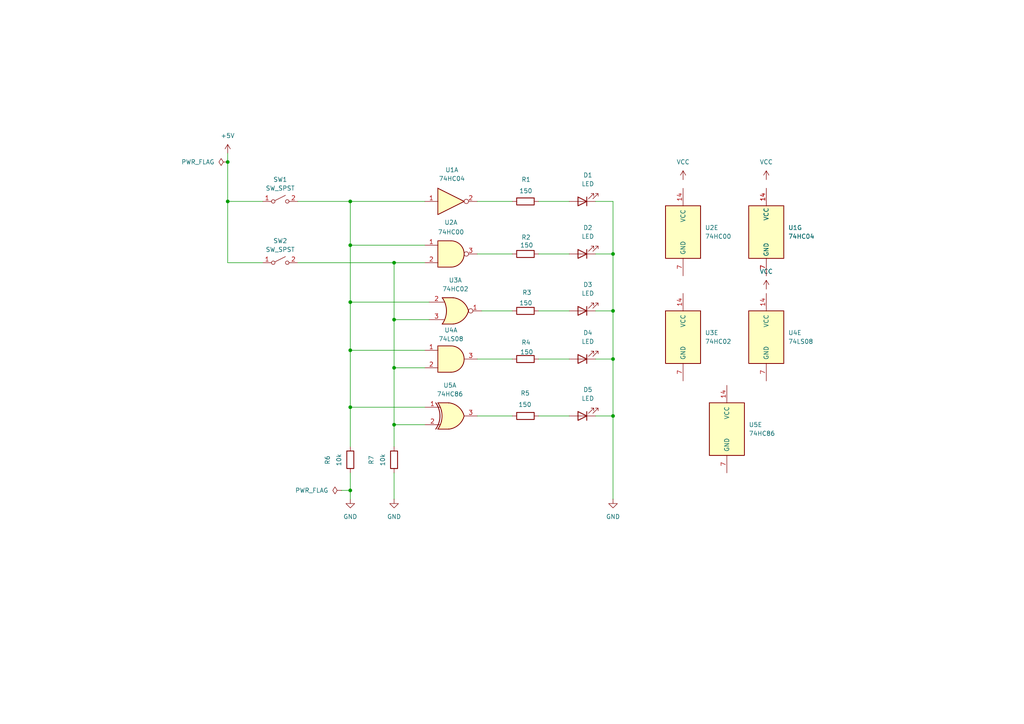
<source format=kicad_sch>
(kicad_sch
	(version 20231120)
	(generator "eeschema")
	(generator_version "8.0")
	(uuid "f8cd1ea4-a51d-4d41-a02b-25d26ede0c2f")
	(paper "A4")
	(lib_symbols
		(symbol "74xx:74HC00"
			(pin_names
				(offset 1.016)
			)
			(exclude_from_sim no)
			(in_bom yes)
			(on_board yes)
			(property "Reference" "U"
				(at 0 1.27 0)
				(effects
					(font
						(size 1.27 1.27)
					)
				)
			)
			(property "Value" "74HC00"
				(at 0 -1.27 0)
				(effects
					(font
						(size 1.27 1.27)
					)
				)
			)
			(property "Footprint" ""
				(at 0 0 0)
				(effects
					(font
						(size 1.27 1.27)
					)
					(hide yes)
				)
			)
			(property "Datasheet" "http://www.ti.com/lit/gpn/sn74hc00"
				(at 0 0 0)
				(effects
					(font
						(size 1.27 1.27)
					)
					(hide yes)
				)
			)
			(property "Description" "quad 2-input NAND gate"
				(at 0 0 0)
				(effects
					(font
						(size 1.27 1.27)
					)
					(hide yes)
				)
			)
			(property "ki_locked" ""
				(at 0 0 0)
				(effects
					(font
						(size 1.27 1.27)
					)
				)
			)
			(property "ki_keywords" "HCMOS nand 2-input"
				(at 0 0 0)
				(effects
					(font
						(size 1.27 1.27)
					)
					(hide yes)
				)
			)
			(property "ki_fp_filters" "DIP*W7.62mm* SO14*"
				(at 0 0 0)
				(effects
					(font
						(size 1.27 1.27)
					)
					(hide yes)
				)
			)
			(symbol "74HC00_1_1"
				(arc
					(start 0 -3.81)
					(mid 3.7934 0)
					(end 0 3.81)
					(stroke
						(width 0.254)
						(type default)
					)
					(fill
						(type background)
					)
				)
				(polyline
					(pts
						(xy 0 3.81) (xy -3.81 3.81) (xy -3.81 -3.81) (xy 0 -3.81)
					)
					(stroke
						(width 0.254)
						(type default)
					)
					(fill
						(type background)
					)
				)
				(pin input line
					(at -7.62 2.54 0)
					(length 3.81)
					(name "~"
						(effects
							(font
								(size 1.27 1.27)
							)
						)
					)
					(number "1"
						(effects
							(font
								(size 1.27 1.27)
							)
						)
					)
				)
				(pin input line
					(at -7.62 -2.54 0)
					(length 3.81)
					(name "~"
						(effects
							(font
								(size 1.27 1.27)
							)
						)
					)
					(number "2"
						(effects
							(font
								(size 1.27 1.27)
							)
						)
					)
				)
				(pin output inverted
					(at 7.62 0 180)
					(length 3.81)
					(name "~"
						(effects
							(font
								(size 1.27 1.27)
							)
						)
					)
					(number "3"
						(effects
							(font
								(size 1.27 1.27)
							)
						)
					)
				)
			)
			(symbol "74HC00_1_2"
				(arc
					(start -3.81 -3.81)
					(mid -2.589 0)
					(end -3.81 3.81)
					(stroke
						(width 0.254)
						(type default)
					)
					(fill
						(type none)
					)
				)
				(arc
					(start -0.6096 -3.81)
					(mid 2.1842 -2.5851)
					(end 3.81 0)
					(stroke
						(width 0.254)
						(type default)
					)
					(fill
						(type background)
					)
				)
				(polyline
					(pts
						(xy -3.81 -3.81) (xy -0.635 -3.81)
					)
					(stroke
						(width 0.254)
						(type default)
					)
					(fill
						(type background)
					)
				)
				(polyline
					(pts
						(xy -3.81 3.81) (xy -0.635 3.81)
					)
					(stroke
						(width 0.254)
						(type default)
					)
					(fill
						(type background)
					)
				)
				(polyline
					(pts
						(xy -0.635 3.81) (xy -3.81 3.81) (xy -3.81 3.81) (xy -3.556 3.4036) (xy -3.0226 2.2606) (xy -2.6924 1.0414)
						(xy -2.6162 -0.254) (xy -2.7686 -1.4986) (xy -3.175 -2.7178) (xy -3.81 -3.81) (xy -3.81 -3.81)
						(xy -0.635 -3.81)
					)
					(stroke
						(width -25.4)
						(type default)
					)
					(fill
						(type background)
					)
				)
				(arc
					(start 3.81 0)
					(mid 2.1915 2.5936)
					(end -0.6096 3.81)
					(stroke
						(width 0.254)
						(type default)
					)
					(fill
						(type background)
					)
				)
				(pin input inverted
					(at -7.62 2.54 0)
					(length 4.318)
					(name "~"
						(effects
							(font
								(size 1.27 1.27)
							)
						)
					)
					(number "1"
						(effects
							(font
								(size 1.27 1.27)
							)
						)
					)
				)
				(pin input inverted
					(at -7.62 -2.54 0)
					(length 4.318)
					(name "~"
						(effects
							(font
								(size 1.27 1.27)
							)
						)
					)
					(number "2"
						(effects
							(font
								(size 1.27 1.27)
							)
						)
					)
				)
				(pin output line
					(at 7.62 0 180)
					(length 3.81)
					(name "~"
						(effects
							(font
								(size 1.27 1.27)
							)
						)
					)
					(number "3"
						(effects
							(font
								(size 1.27 1.27)
							)
						)
					)
				)
			)
			(symbol "74HC00_2_1"
				(arc
					(start 0 -3.81)
					(mid 3.7934 0)
					(end 0 3.81)
					(stroke
						(width 0.254)
						(type default)
					)
					(fill
						(type background)
					)
				)
				(polyline
					(pts
						(xy 0 3.81) (xy -3.81 3.81) (xy -3.81 -3.81) (xy 0 -3.81)
					)
					(stroke
						(width 0.254)
						(type default)
					)
					(fill
						(type background)
					)
				)
				(pin input line
					(at -7.62 2.54 0)
					(length 3.81)
					(name "~"
						(effects
							(font
								(size 1.27 1.27)
							)
						)
					)
					(number "4"
						(effects
							(font
								(size 1.27 1.27)
							)
						)
					)
				)
				(pin input line
					(at -7.62 -2.54 0)
					(length 3.81)
					(name "~"
						(effects
							(font
								(size 1.27 1.27)
							)
						)
					)
					(number "5"
						(effects
							(font
								(size 1.27 1.27)
							)
						)
					)
				)
				(pin output inverted
					(at 7.62 0 180)
					(length 3.81)
					(name "~"
						(effects
							(font
								(size 1.27 1.27)
							)
						)
					)
					(number "6"
						(effects
							(font
								(size 1.27 1.27)
							)
						)
					)
				)
			)
			(symbol "74HC00_2_2"
				(arc
					(start -3.81 -3.81)
					(mid -2.589 0)
					(end -3.81 3.81)
					(stroke
						(width 0.254)
						(type default)
					)
					(fill
						(type none)
					)
				)
				(arc
					(start -0.6096 -3.81)
					(mid 2.1842 -2.5851)
					(end 3.81 0)
					(stroke
						(width 0.254)
						(type default)
					)
					(fill
						(type background)
					)
				)
				(polyline
					(pts
						(xy -3.81 -3.81) (xy -0.635 -3.81)
					)
					(stroke
						(width 0.254)
						(type default)
					)
					(fill
						(type background)
					)
				)
				(polyline
					(pts
						(xy -3.81 3.81) (xy -0.635 3.81)
					)
					(stroke
						(width 0.254)
						(type default)
					)
					(fill
						(type background)
					)
				)
				(polyline
					(pts
						(xy -0.635 3.81) (xy -3.81 3.81) (xy -3.81 3.81) (xy -3.556 3.4036) (xy -3.0226 2.2606) (xy -2.6924 1.0414)
						(xy -2.6162 -0.254) (xy -2.7686 -1.4986) (xy -3.175 -2.7178) (xy -3.81 -3.81) (xy -3.81 -3.81)
						(xy -0.635 -3.81)
					)
					(stroke
						(width -25.4)
						(type default)
					)
					(fill
						(type background)
					)
				)
				(arc
					(start 3.81 0)
					(mid 2.1915 2.5936)
					(end -0.6096 3.81)
					(stroke
						(width 0.254)
						(type default)
					)
					(fill
						(type background)
					)
				)
				(pin input inverted
					(at -7.62 2.54 0)
					(length 4.318)
					(name "~"
						(effects
							(font
								(size 1.27 1.27)
							)
						)
					)
					(number "4"
						(effects
							(font
								(size 1.27 1.27)
							)
						)
					)
				)
				(pin input inverted
					(at -7.62 -2.54 0)
					(length 4.318)
					(name "~"
						(effects
							(font
								(size 1.27 1.27)
							)
						)
					)
					(number "5"
						(effects
							(font
								(size 1.27 1.27)
							)
						)
					)
				)
				(pin output line
					(at 7.62 0 180)
					(length 3.81)
					(name "~"
						(effects
							(font
								(size 1.27 1.27)
							)
						)
					)
					(number "6"
						(effects
							(font
								(size 1.27 1.27)
							)
						)
					)
				)
			)
			(symbol "74HC00_3_1"
				(arc
					(start 0 -3.81)
					(mid 3.7934 0)
					(end 0 3.81)
					(stroke
						(width 0.254)
						(type default)
					)
					(fill
						(type background)
					)
				)
				(polyline
					(pts
						(xy 0 3.81) (xy -3.81 3.81) (xy -3.81 -3.81) (xy 0 -3.81)
					)
					(stroke
						(width 0.254)
						(type default)
					)
					(fill
						(type background)
					)
				)
				(pin input line
					(at -7.62 -2.54 0)
					(length 3.81)
					(name "~"
						(effects
							(font
								(size 1.27 1.27)
							)
						)
					)
					(number "10"
						(effects
							(font
								(size 1.27 1.27)
							)
						)
					)
				)
				(pin output inverted
					(at 7.62 0 180)
					(length 3.81)
					(name "~"
						(effects
							(font
								(size 1.27 1.27)
							)
						)
					)
					(number "8"
						(effects
							(font
								(size 1.27 1.27)
							)
						)
					)
				)
				(pin input line
					(at -7.62 2.54 0)
					(length 3.81)
					(name "~"
						(effects
							(font
								(size 1.27 1.27)
							)
						)
					)
					(number "9"
						(effects
							(font
								(size 1.27 1.27)
							)
						)
					)
				)
			)
			(symbol "74HC00_3_2"
				(arc
					(start -3.81 -3.81)
					(mid -2.589 0)
					(end -3.81 3.81)
					(stroke
						(width 0.254)
						(type default)
					)
					(fill
						(type none)
					)
				)
				(arc
					(start -0.6096 -3.81)
					(mid 2.1842 -2.5851)
					(end 3.81 0)
					(stroke
						(width 0.254)
						(type default)
					)
					(fill
						(type background)
					)
				)
				(polyline
					(pts
						(xy -3.81 -3.81) (xy -0.635 -3.81)
					)
					(stroke
						(width 0.254)
						(type default)
					)
					(fill
						(type background)
					)
				)
				(polyline
					(pts
						(xy -3.81 3.81) (xy -0.635 3.81)
					)
					(stroke
						(width 0.254)
						(type default)
					)
					(fill
						(type background)
					)
				)
				(polyline
					(pts
						(xy -0.635 3.81) (xy -3.81 3.81) (xy -3.81 3.81) (xy -3.556 3.4036) (xy -3.0226 2.2606) (xy -2.6924 1.0414)
						(xy -2.6162 -0.254) (xy -2.7686 -1.4986) (xy -3.175 -2.7178) (xy -3.81 -3.81) (xy -3.81 -3.81)
						(xy -0.635 -3.81)
					)
					(stroke
						(width -25.4)
						(type default)
					)
					(fill
						(type background)
					)
				)
				(arc
					(start 3.81 0)
					(mid 2.1915 2.5936)
					(end -0.6096 3.81)
					(stroke
						(width 0.254)
						(type default)
					)
					(fill
						(type background)
					)
				)
				(pin input inverted
					(at -7.62 -2.54 0)
					(length 4.318)
					(name "~"
						(effects
							(font
								(size 1.27 1.27)
							)
						)
					)
					(number "10"
						(effects
							(font
								(size 1.27 1.27)
							)
						)
					)
				)
				(pin output line
					(at 7.62 0 180)
					(length 3.81)
					(name "~"
						(effects
							(font
								(size 1.27 1.27)
							)
						)
					)
					(number "8"
						(effects
							(font
								(size 1.27 1.27)
							)
						)
					)
				)
				(pin input inverted
					(at -7.62 2.54 0)
					(length 4.318)
					(name "~"
						(effects
							(font
								(size 1.27 1.27)
							)
						)
					)
					(number "9"
						(effects
							(font
								(size 1.27 1.27)
							)
						)
					)
				)
			)
			(symbol "74HC00_4_1"
				(arc
					(start 0 -3.81)
					(mid 3.7934 0)
					(end 0 3.81)
					(stroke
						(width 0.254)
						(type default)
					)
					(fill
						(type background)
					)
				)
				(polyline
					(pts
						(xy 0 3.81) (xy -3.81 3.81) (xy -3.81 -3.81) (xy 0 -3.81)
					)
					(stroke
						(width 0.254)
						(type default)
					)
					(fill
						(type background)
					)
				)
				(pin output inverted
					(at 7.62 0 180)
					(length 3.81)
					(name "~"
						(effects
							(font
								(size 1.27 1.27)
							)
						)
					)
					(number "11"
						(effects
							(font
								(size 1.27 1.27)
							)
						)
					)
				)
				(pin input line
					(at -7.62 2.54 0)
					(length 3.81)
					(name "~"
						(effects
							(font
								(size 1.27 1.27)
							)
						)
					)
					(number "12"
						(effects
							(font
								(size 1.27 1.27)
							)
						)
					)
				)
				(pin input line
					(at -7.62 -2.54 0)
					(length 3.81)
					(name "~"
						(effects
							(font
								(size 1.27 1.27)
							)
						)
					)
					(number "13"
						(effects
							(font
								(size 1.27 1.27)
							)
						)
					)
				)
			)
			(symbol "74HC00_4_2"
				(arc
					(start -3.81 -3.81)
					(mid -2.589 0)
					(end -3.81 3.81)
					(stroke
						(width 0.254)
						(type default)
					)
					(fill
						(type none)
					)
				)
				(arc
					(start -0.6096 -3.81)
					(mid 2.1842 -2.5851)
					(end 3.81 0)
					(stroke
						(width 0.254)
						(type default)
					)
					(fill
						(type background)
					)
				)
				(polyline
					(pts
						(xy -3.81 -3.81) (xy -0.635 -3.81)
					)
					(stroke
						(width 0.254)
						(type default)
					)
					(fill
						(type background)
					)
				)
				(polyline
					(pts
						(xy -3.81 3.81) (xy -0.635 3.81)
					)
					(stroke
						(width 0.254)
						(type default)
					)
					(fill
						(type background)
					)
				)
				(polyline
					(pts
						(xy -0.635 3.81) (xy -3.81 3.81) (xy -3.81 3.81) (xy -3.556 3.4036) (xy -3.0226 2.2606) (xy -2.6924 1.0414)
						(xy -2.6162 -0.254) (xy -2.7686 -1.4986) (xy -3.175 -2.7178) (xy -3.81 -3.81) (xy -3.81 -3.81)
						(xy -0.635 -3.81)
					)
					(stroke
						(width -25.4)
						(type default)
					)
					(fill
						(type background)
					)
				)
				(arc
					(start 3.81 0)
					(mid 2.1915 2.5936)
					(end -0.6096 3.81)
					(stroke
						(width 0.254)
						(type default)
					)
					(fill
						(type background)
					)
				)
				(pin output line
					(at 7.62 0 180)
					(length 3.81)
					(name "~"
						(effects
							(font
								(size 1.27 1.27)
							)
						)
					)
					(number "11"
						(effects
							(font
								(size 1.27 1.27)
							)
						)
					)
				)
				(pin input inverted
					(at -7.62 2.54 0)
					(length 4.318)
					(name "~"
						(effects
							(font
								(size 1.27 1.27)
							)
						)
					)
					(number "12"
						(effects
							(font
								(size 1.27 1.27)
							)
						)
					)
				)
				(pin input inverted
					(at -7.62 -2.54 0)
					(length 4.318)
					(name "~"
						(effects
							(font
								(size 1.27 1.27)
							)
						)
					)
					(number "13"
						(effects
							(font
								(size 1.27 1.27)
							)
						)
					)
				)
			)
			(symbol "74HC00_5_0"
				(pin power_in line
					(at 0 12.7 270)
					(length 5.08)
					(name "VCC"
						(effects
							(font
								(size 1.27 1.27)
							)
						)
					)
					(number "14"
						(effects
							(font
								(size 1.27 1.27)
							)
						)
					)
				)
				(pin power_in line
					(at 0 -12.7 90)
					(length 5.08)
					(name "GND"
						(effects
							(font
								(size 1.27 1.27)
							)
						)
					)
					(number "7"
						(effects
							(font
								(size 1.27 1.27)
							)
						)
					)
				)
			)
			(symbol "74HC00_5_1"
				(rectangle
					(start -5.08 7.62)
					(end 5.08 -7.62)
					(stroke
						(width 0.254)
						(type default)
					)
					(fill
						(type background)
					)
				)
			)
		)
		(symbol "74xx:74HC02"
			(pin_names
				(offset 1.016)
			)
			(exclude_from_sim no)
			(in_bom yes)
			(on_board yes)
			(property "Reference" "U"
				(at 0 1.27 0)
				(effects
					(font
						(size 1.27 1.27)
					)
				)
			)
			(property "Value" "74HC02"
				(at 0 -1.27 0)
				(effects
					(font
						(size 1.27 1.27)
					)
				)
			)
			(property "Footprint" ""
				(at 0 0 0)
				(effects
					(font
						(size 1.27 1.27)
					)
					(hide yes)
				)
			)
			(property "Datasheet" "http://www.ti.com/lit/gpn/sn74hc02"
				(at 0 0 0)
				(effects
					(font
						(size 1.27 1.27)
					)
					(hide yes)
				)
			)
			(property "Description" "quad 2-input NOR gate"
				(at 0 0 0)
				(effects
					(font
						(size 1.27 1.27)
					)
					(hide yes)
				)
			)
			(property "ki_locked" ""
				(at 0 0 0)
				(effects
					(font
						(size 1.27 1.27)
					)
				)
			)
			(property "ki_keywords" "HCMOS Nor2"
				(at 0 0 0)
				(effects
					(font
						(size 1.27 1.27)
					)
					(hide yes)
				)
			)
			(property "ki_fp_filters" "SO14* DIP*W7.62mm*"
				(at 0 0 0)
				(effects
					(font
						(size 1.27 1.27)
					)
					(hide yes)
				)
			)
			(symbol "74HC02_1_1"
				(arc
					(start -3.81 -3.81)
					(mid -2.589 0)
					(end -3.81 3.81)
					(stroke
						(width 0.254)
						(type default)
					)
					(fill
						(type none)
					)
				)
				(arc
					(start -0.6096 -3.81)
					(mid 2.1842 -2.5851)
					(end 3.81 0)
					(stroke
						(width 0.254)
						(type default)
					)
					(fill
						(type background)
					)
				)
				(polyline
					(pts
						(xy -3.81 -3.81) (xy -0.635 -3.81)
					)
					(stroke
						(width 0.254)
						(type default)
					)
					(fill
						(type background)
					)
				)
				(polyline
					(pts
						(xy -3.81 3.81) (xy -0.635 3.81)
					)
					(stroke
						(width 0.254)
						(type default)
					)
					(fill
						(type background)
					)
				)
				(polyline
					(pts
						(xy -0.635 3.81) (xy -3.81 3.81) (xy -3.81 3.81) (xy -3.556 3.4036) (xy -3.0226 2.2606) (xy -2.6924 1.0414)
						(xy -2.6162 -0.254) (xy -2.7686 -1.4986) (xy -3.175 -2.7178) (xy -3.81 -3.81) (xy -3.81 -3.81)
						(xy -0.635 -3.81)
					)
					(stroke
						(width -25.4)
						(type default)
					)
					(fill
						(type background)
					)
				)
				(arc
					(start 3.81 0)
					(mid 2.1915 2.5936)
					(end -0.6096 3.81)
					(stroke
						(width 0.254)
						(type default)
					)
					(fill
						(type background)
					)
				)
				(pin output inverted
					(at 7.62 0 180)
					(length 3.81)
					(name "~"
						(effects
							(font
								(size 1.27 1.27)
							)
						)
					)
					(number "1"
						(effects
							(font
								(size 1.27 1.27)
							)
						)
					)
				)
				(pin input line
					(at -7.62 2.54 0)
					(length 4.318)
					(name "~"
						(effects
							(font
								(size 1.27 1.27)
							)
						)
					)
					(number "2"
						(effects
							(font
								(size 1.27 1.27)
							)
						)
					)
				)
				(pin input line
					(at -7.62 -2.54 0)
					(length 4.318)
					(name "~"
						(effects
							(font
								(size 1.27 1.27)
							)
						)
					)
					(number "3"
						(effects
							(font
								(size 1.27 1.27)
							)
						)
					)
				)
			)
			(symbol "74HC02_1_2"
				(arc
					(start 0 -3.81)
					(mid 3.7934 0)
					(end 0 3.81)
					(stroke
						(width 0.254)
						(type default)
					)
					(fill
						(type background)
					)
				)
				(polyline
					(pts
						(xy 0 3.81) (xy -3.81 3.81) (xy -3.81 -3.81) (xy 0 -3.81)
					)
					(stroke
						(width 0.254)
						(type default)
					)
					(fill
						(type background)
					)
				)
				(pin output line
					(at 7.62 0 180)
					(length 3.81)
					(name "~"
						(effects
							(font
								(size 1.27 1.27)
							)
						)
					)
					(number "1"
						(effects
							(font
								(size 1.27 1.27)
							)
						)
					)
				)
				(pin input inverted
					(at -7.62 2.54 0)
					(length 3.81)
					(name "~"
						(effects
							(font
								(size 1.27 1.27)
							)
						)
					)
					(number "2"
						(effects
							(font
								(size 1.27 1.27)
							)
						)
					)
				)
				(pin input inverted
					(at -7.62 -2.54 0)
					(length 3.81)
					(name "~"
						(effects
							(font
								(size 1.27 1.27)
							)
						)
					)
					(number "3"
						(effects
							(font
								(size 1.27 1.27)
							)
						)
					)
				)
			)
			(symbol "74HC02_2_1"
				(arc
					(start -3.81 -3.81)
					(mid -2.589 0)
					(end -3.81 3.81)
					(stroke
						(width 0.254)
						(type default)
					)
					(fill
						(type none)
					)
				)
				(arc
					(start -0.6096 -3.81)
					(mid 2.1842 -2.5851)
					(end 3.81 0)
					(stroke
						(width 0.254)
						(type default)
					)
					(fill
						(type background)
					)
				)
				(polyline
					(pts
						(xy -3.81 -3.81) (xy -0.635 -3.81)
					)
					(stroke
						(width 0.254)
						(type default)
					)
					(fill
						(type background)
					)
				)
				(polyline
					(pts
						(xy -3.81 3.81) (xy -0.635 3.81)
					)
					(stroke
						(width 0.254)
						(type default)
					)
					(fill
						(type background)
					)
				)
				(polyline
					(pts
						(xy -0.635 3.81) (xy -3.81 3.81) (xy -3.81 3.81) (xy -3.556 3.4036) (xy -3.0226 2.2606) (xy -2.6924 1.0414)
						(xy -2.6162 -0.254) (xy -2.7686 -1.4986) (xy -3.175 -2.7178) (xy -3.81 -3.81) (xy -3.81 -3.81)
						(xy -0.635 -3.81)
					)
					(stroke
						(width -25.4)
						(type default)
					)
					(fill
						(type background)
					)
				)
				(arc
					(start 3.81 0)
					(mid 2.1915 2.5936)
					(end -0.6096 3.81)
					(stroke
						(width 0.254)
						(type default)
					)
					(fill
						(type background)
					)
				)
				(pin output inverted
					(at 7.62 0 180)
					(length 3.81)
					(name "~"
						(effects
							(font
								(size 1.27 1.27)
							)
						)
					)
					(number "4"
						(effects
							(font
								(size 1.27 1.27)
							)
						)
					)
				)
				(pin input line
					(at -7.62 2.54 0)
					(length 4.318)
					(name "~"
						(effects
							(font
								(size 1.27 1.27)
							)
						)
					)
					(number "5"
						(effects
							(font
								(size 1.27 1.27)
							)
						)
					)
				)
				(pin input line
					(at -7.62 -2.54 0)
					(length 4.318)
					(name "~"
						(effects
							(font
								(size 1.27 1.27)
							)
						)
					)
					(number "6"
						(effects
							(font
								(size 1.27 1.27)
							)
						)
					)
				)
			)
			(symbol "74HC02_2_2"
				(arc
					(start 0 -3.81)
					(mid 3.7934 0)
					(end 0 3.81)
					(stroke
						(width 0.254)
						(type default)
					)
					(fill
						(type background)
					)
				)
				(polyline
					(pts
						(xy 0 3.81) (xy -3.81 3.81) (xy -3.81 -3.81) (xy 0 -3.81)
					)
					(stroke
						(width 0.254)
						(type default)
					)
					(fill
						(type background)
					)
				)
				(pin output line
					(at 7.62 0 180)
					(length 3.81)
					(name "~"
						(effects
							(font
								(size 1.27 1.27)
							)
						)
					)
					(number "4"
						(effects
							(font
								(size 1.27 1.27)
							)
						)
					)
				)
				(pin input inverted
					(at -7.62 2.54 0)
					(length 3.81)
					(name "~"
						(effects
							(font
								(size 1.27 1.27)
							)
						)
					)
					(number "5"
						(effects
							(font
								(size 1.27 1.27)
							)
						)
					)
				)
				(pin input inverted
					(at -7.62 -2.54 0)
					(length 3.81)
					(name "~"
						(effects
							(font
								(size 1.27 1.27)
							)
						)
					)
					(number "6"
						(effects
							(font
								(size 1.27 1.27)
							)
						)
					)
				)
			)
			(symbol "74HC02_3_1"
				(arc
					(start -3.81 -3.81)
					(mid -2.589 0)
					(end -3.81 3.81)
					(stroke
						(width 0.254)
						(type default)
					)
					(fill
						(type none)
					)
				)
				(arc
					(start -0.6096 -3.81)
					(mid 2.1842 -2.5851)
					(end 3.81 0)
					(stroke
						(width 0.254)
						(type default)
					)
					(fill
						(type background)
					)
				)
				(polyline
					(pts
						(xy -3.81 -3.81) (xy -0.635 -3.81)
					)
					(stroke
						(width 0.254)
						(type default)
					)
					(fill
						(type background)
					)
				)
				(polyline
					(pts
						(xy -3.81 3.81) (xy -0.635 3.81)
					)
					(stroke
						(width 0.254)
						(type default)
					)
					(fill
						(type background)
					)
				)
				(polyline
					(pts
						(xy -0.635 3.81) (xy -3.81 3.81) (xy -3.81 3.81) (xy -3.556 3.4036) (xy -3.0226 2.2606) (xy -2.6924 1.0414)
						(xy -2.6162 -0.254) (xy -2.7686 -1.4986) (xy -3.175 -2.7178) (xy -3.81 -3.81) (xy -3.81 -3.81)
						(xy -0.635 -3.81)
					)
					(stroke
						(width -25.4)
						(type default)
					)
					(fill
						(type background)
					)
				)
				(arc
					(start 3.81 0)
					(mid 2.1915 2.5936)
					(end -0.6096 3.81)
					(stroke
						(width 0.254)
						(type default)
					)
					(fill
						(type background)
					)
				)
				(pin output inverted
					(at 7.62 0 180)
					(length 3.81)
					(name "~"
						(effects
							(font
								(size 1.27 1.27)
							)
						)
					)
					(number "10"
						(effects
							(font
								(size 1.27 1.27)
							)
						)
					)
				)
				(pin input line
					(at -7.62 2.54 0)
					(length 4.318)
					(name "~"
						(effects
							(font
								(size 1.27 1.27)
							)
						)
					)
					(number "8"
						(effects
							(font
								(size 1.27 1.27)
							)
						)
					)
				)
				(pin input line
					(at -7.62 -2.54 0)
					(length 4.318)
					(name "~"
						(effects
							(font
								(size 1.27 1.27)
							)
						)
					)
					(number "9"
						(effects
							(font
								(size 1.27 1.27)
							)
						)
					)
				)
			)
			(symbol "74HC02_3_2"
				(arc
					(start 0 -3.81)
					(mid 3.7934 0)
					(end 0 3.81)
					(stroke
						(width 0.254)
						(type default)
					)
					(fill
						(type background)
					)
				)
				(polyline
					(pts
						(xy 0 3.81) (xy -3.81 3.81) (xy -3.81 -3.81) (xy 0 -3.81)
					)
					(stroke
						(width 0.254)
						(type default)
					)
					(fill
						(type background)
					)
				)
				(pin output line
					(at 7.62 0 180)
					(length 3.81)
					(name "~"
						(effects
							(font
								(size 1.27 1.27)
							)
						)
					)
					(number "10"
						(effects
							(font
								(size 1.27 1.27)
							)
						)
					)
				)
				(pin input inverted
					(at -7.62 2.54 0)
					(length 3.81)
					(name "~"
						(effects
							(font
								(size 1.27 1.27)
							)
						)
					)
					(number "8"
						(effects
							(font
								(size 1.27 1.27)
							)
						)
					)
				)
				(pin input inverted
					(at -7.62 -2.54 0)
					(length 3.81)
					(name "~"
						(effects
							(font
								(size 1.27 1.27)
							)
						)
					)
					(number "9"
						(effects
							(font
								(size 1.27 1.27)
							)
						)
					)
				)
			)
			(symbol "74HC02_4_1"
				(arc
					(start -3.81 -3.81)
					(mid -2.589 0)
					(end -3.81 3.81)
					(stroke
						(width 0.254)
						(type default)
					)
					(fill
						(type none)
					)
				)
				(arc
					(start -0.6096 -3.81)
					(mid 2.1842 -2.5851)
					(end 3.81 0)
					(stroke
						(width 0.254)
						(type default)
					)
					(fill
						(type background)
					)
				)
				(polyline
					(pts
						(xy -3.81 -3.81) (xy -0.635 -3.81)
					)
					(stroke
						(width 0.254)
						(type default)
					)
					(fill
						(type background)
					)
				)
				(polyline
					(pts
						(xy -3.81 3.81) (xy -0.635 3.81)
					)
					(stroke
						(width 0.254)
						(type default)
					)
					(fill
						(type background)
					)
				)
				(polyline
					(pts
						(xy -0.635 3.81) (xy -3.81 3.81) (xy -3.81 3.81) (xy -3.556 3.4036) (xy -3.0226 2.2606) (xy -2.6924 1.0414)
						(xy -2.6162 -0.254) (xy -2.7686 -1.4986) (xy -3.175 -2.7178) (xy -3.81 -3.81) (xy -3.81 -3.81)
						(xy -0.635 -3.81)
					)
					(stroke
						(width -25.4)
						(type default)
					)
					(fill
						(type background)
					)
				)
				(arc
					(start 3.81 0)
					(mid 2.1915 2.5936)
					(end -0.6096 3.81)
					(stroke
						(width 0.254)
						(type default)
					)
					(fill
						(type background)
					)
				)
				(pin input line
					(at -7.62 2.54 0)
					(length 4.318)
					(name "~"
						(effects
							(font
								(size 1.27 1.27)
							)
						)
					)
					(number "11"
						(effects
							(font
								(size 1.27 1.27)
							)
						)
					)
				)
				(pin input line
					(at -7.62 -2.54 0)
					(length 4.318)
					(name "~"
						(effects
							(font
								(size 1.27 1.27)
							)
						)
					)
					(number "12"
						(effects
							(font
								(size 1.27 1.27)
							)
						)
					)
				)
				(pin output inverted
					(at 7.62 0 180)
					(length 3.81)
					(name "~"
						(effects
							(font
								(size 1.27 1.27)
							)
						)
					)
					(number "13"
						(effects
							(font
								(size 1.27 1.27)
							)
						)
					)
				)
			)
			(symbol "74HC02_4_2"
				(arc
					(start 0 -3.81)
					(mid 3.7934 0)
					(end 0 3.81)
					(stroke
						(width 0.254)
						(type default)
					)
					(fill
						(type background)
					)
				)
				(polyline
					(pts
						(xy 0 3.81) (xy -3.81 3.81) (xy -3.81 -3.81) (xy 0 -3.81)
					)
					(stroke
						(width 0.254)
						(type default)
					)
					(fill
						(type background)
					)
				)
				(pin input inverted
					(at -7.62 2.54 0)
					(length 3.81)
					(name "~"
						(effects
							(font
								(size 1.27 1.27)
							)
						)
					)
					(number "11"
						(effects
							(font
								(size 1.27 1.27)
							)
						)
					)
				)
				(pin input inverted
					(at -7.62 -2.54 0)
					(length 3.81)
					(name "~"
						(effects
							(font
								(size 1.27 1.27)
							)
						)
					)
					(number "12"
						(effects
							(font
								(size 1.27 1.27)
							)
						)
					)
				)
				(pin output line
					(at 7.62 0 180)
					(length 3.81)
					(name "~"
						(effects
							(font
								(size 1.27 1.27)
							)
						)
					)
					(number "13"
						(effects
							(font
								(size 1.27 1.27)
							)
						)
					)
				)
			)
			(symbol "74HC02_5_0"
				(pin power_in line
					(at 0 12.7 270)
					(length 5.08)
					(name "VCC"
						(effects
							(font
								(size 1.27 1.27)
							)
						)
					)
					(number "14"
						(effects
							(font
								(size 1.27 1.27)
							)
						)
					)
				)
				(pin power_in line
					(at 0 -12.7 90)
					(length 5.08)
					(name "GND"
						(effects
							(font
								(size 1.27 1.27)
							)
						)
					)
					(number "7"
						(effects
							(font
								(size 1.27 1.27)
							)
						)
					)
				)
			)
			(symbol "74HC02_5_1"
				(rectangle
					(start -5.08 7.62)
					(end 5.08 -7.62)
					(stroke
						(width 0.254)
						(type default)
					)
					(fill
						(type background)
					)
				)
			)
		)
		(symbol "74xx:74HC04"
			(exclude_from_sim no)
			(in_bom yes)
			(on_board yes)
			(property "Reference" "U"
				(at 0 1.27 0)
				(effects
					(font
						(size 1.27 1.27)
					)
				)
			)
			(property "Value" "74HC04"
				(at 0 -1.27 0)
				(effects
					(font
						(size 1.27 1.27)
					)
				)
			)
			(property "Footprint" ""
				(at 0 0 0)
				(effects
					(font
						(size 1.27 1.27)
					)
					(hide yes)
				)
			)
			(property "Datasheet" "https://assets.nexperia.com/documents/data-sheet/74HC_HCT04.pdf"
				(at 0 0 0)
				(effects
					(font
						(size 1.27 1.27)
					)
					(hide yes)
				)
			)
			(property "Description" "Hex Inverter"
				(at 0 0 0)
				(effects
					(font
						(size 1.27 1.27)
					)
					(hide yes)
				)
			)
			(property "ki_locked" ""
				(at 0 0 0)
				(effects
					(font
						(size 1.27 1.27)
					)
				)
			)
			(property "ki_keywords" "HCMOS not inv"
				(at 0 0 0)
				(effects
					(font
						(size 1.27 1.27)
					)
					(hide yes)
				)
			)
			(property "ki_fp_filters" "DIP*W7.62mm* SSOP?14* TSSOP?14*"
				(at 0 0 0)
				(effects
					(font
						(size 1.27 1.27)
					)
					(hide yes)
				)
			)
			(symbol "74HC04_1_0"
				(polyline
					(pts
						(xy -3.81 3.81) (xy -3.81 -3.81) (xy 3.81 0) (xy -3.81 3.81)
					)
					(stroke
						(width 0.254)
						(type default)
					)
					(fill
						(type background)
					)
				)
				(pin input line
					(at -7.62 0 0)
					(length 3.81)
					(name "~"
						(effects
							(font
								(size 1.27 1.27)
							)
						)
					)
					(number "1"
						(effects
							(font
								(size 1.27 1.27)
							)
						)
					)
				)
				(pin output inverted
					(at 7.62 0 180)
					(length 3.81)
					(name "~"
						(effects
							(font
								(size 1.27 1.27)
							)
						)
					)
					(number "2"
						(effects
							(font
								(size 1.27 1.27)
							)
						)
					)
				)
			)
			(symbol "74HC04_2_0"
				(polyline
					(pts
						(xy -3.81 3.81) (xy -3.81 -3.81) (xy 3.81 0) (xy -3.81 3.81)
					)
					(stroke
						(width 0.254)
						(type default)
					)
					(fill
						(type background)
					)
				)
				(pin input line
					(at -7.62 0 0)
					(length 3.81)
					(name "~"
						(effects
							(font
								(size 1.27 1.27)
							)
						)
					)
					(number "3"
						(effects
							(font
								(size 1.27 1.27)
							)
						)
					)
				)
				(pin output inverted
					(at 7.62 0 180)
					(length 3.81)
					(name "~"
						(effects
							(font
								(size 1.27 1.27)
							)
						)
					)
					(number "4"
						(effects
							(font
								(size 1.27 1.27)
							)
						)
					)
				)
			)
			(symbol "74HC04_3_0"
				(polyline
					(pts
						(xy -3.81 3.81) (xy -3.81 -3.81) (xy 3.81 0) (xy -3.81 3.81)
					)
					(stroke
						(width 0.254)
						(type default)
					)
					(fill
						(type background)
					)
				)
				(pin input line
					(at -7.62 0 0)
					(length 3.81)
					(name "~"
						(effects
							(font
								(size 1.27 1.27)
							)
						)
					)
					(number "5"
						(effects
							(font
								(size 1.27 1.27)
							)
						)
					)
				)
				(pin output inverted
					(at 7.62 0 180)
					(length 3.81)
					(name "~"
						(effects
							(font
								(size 1.27 1.27)
							)
						)
					)
					(number "6"
						(effects
							(font
								(size 1.27 1.27)
							)
						)
					)
				)
			)
			(symbol "74HC04_4_0"
				(polyline
					(pts
						(xy -3.81 3.81) (xy -3.81 -3.81) (xy 3.81 0) (xy -3.81 3.81)
					)
					(stroke
						(width 0.254)
						(type default)
					)
					(fill
						(type background)
					)
				)
				(pin output inverted
					(at 7.62 0 180)
					(length 3.81)
					(name "~"
						(effects
							(font
								(size 1.27 1.27)
							)
						)
					)
					(number "8"
						(effects
							(font
								(size 1.27 1.27)
							)
						)
					)
				)
				(pin input line
					(at -7.62 0 0)
					(length 3.81)
					(name "~"
						(effects
							(font
								(size 1.27 1.27)
							)
						)
					)
					(number "9"
						(effects
							(font
								(size 1.27 1.27)
							)
						)
					)
				)
			)
			(symbol "74HC04_5_0"
				(polyline
					(pts
						(xy -3.81 3.81) (xy -3.81 -3.81) (xy 3.81 0) (xy -3.81 3.81)
					)
					(stroke
						(width 0.254)
						(type default)
					)
					(fill
						(type background)
					)
				)
				(pin output inverted
					(at 7.62 0 180)
					(length 3.81)
					(name "~"
						(effects
							(font
								(size 1.27 1.27)
							)
						)
					)
					(number "10"
						(effects
							(font
								(size 1.27 1.27)
							)
						)
					)
				)
				(pin input line
					(at -7.62 0 0)
					(length 3.81)
					(name "~"
						(effects
							(font
								(size 1.27 1.27)
							)
						)
					)
					(number "11"
						(effects
							(font
								(size 1.27 1.27)
							)
						)
					)
				)
			)
			(symbol "74HC04_6_0"
				(polyline
					(pts
						(xy -3.81 3.81) (xy -3.81 -3.81) (xy 3.81 0) (xy -3.81 3.81)
					)
					(stroke
						(width 0.254)
						(type default)
					)
					(fill
						(type background)
					)
				)
				(pin output inverted
					(at 7.62 0 180)
					(length 3.81)
					(name "~"
						(effects
							(font
								(size 1.27 1.27)
							)
						)
					)
					(number "12"
						(effects
							(font
								(size 1.27 1.27)
							)
						)
					)
				)
				(pin input line
					(at -7.62 0 0)
					(length 3.81)
					(name "~"
						(effects
							(font
								(size 1.27 1.27)
							)
						)
					)
					(number "13"
						(effects
							(font
								(size 1.27 1.27)
							)
						)
					)
				)
			)
			(symbol "74HC04_7_0"
				(pin power_in line
					(at 0 12.7 270)
					(length 5.08)
					(name "VCC"
						(effects
							(font
								(size 1.27 1.27)
							)
						)
					)
					(number "14"
						(effects
							(font
								(size 1.27 1.27)
							)
						)
					)
				)
				(pin power_in line
					(at 0 -12.7 90)
					(length 5.08)
					(name "GND"
						(effects
							(font
								(size 1.27 1.27)
							)
						)
					)
					(number "7"
						(effects
							(font
								(size 1.27 1.27)
							)
						)
					)
				)
			)
			(symbol "74HC04_7_1"
				(rectangle
					(start -5.08 7.62)
					(end 5.08 -7.62)
					(stroke
						(width 0.254)
						(type default)
					)
					(fill
						(type background)
					)
				)
			)
		)
		(symbol "74xx:74HC86"
			(pin_names
				(offset 1.016)
			)
			(exclude_from_sim no)
			(in_bom yes)
			(on_board yes)
			(property "Reference" "U"
				(at 0 1.27 0)
				(effects
					(font
						(size 1.27 1.27)
					)
				)
			)
			(property "Value" "74HC86"
				(at 0 -1.27 0)
				(effects
					(font
						(size 1.27 1.27)
					)
				)
			)
			(property "Footprint" ""
				(at 0 0 0)
				(effects
					(font
						(size 1.27 1.27)
					)
					(hide yes)
				)
			)
			(property "Datasheet" "http://www.ti.com/lit/gpn/sn74HC86"
				(at 0 0 0)
				(effects
					(font
						(size 1.27 1.27)
					)
					(hide yes)
				)
			)
			(property "Description" "Quad 2-input XOR"
				(at 0 0 0)
				(effects
					(font
						(size 1.27 1.27)
					)
					(hide yes)
				)
			)
			(property "ki_locked" ""
				(at 0 0 0)
				(effects
					(font
						(size 1.27 1.27)
					)
				)
			)
			(property "ki_keywords" "TTL XOR2"
				(at 0 0 0)
				(effects
					(font
						(size 1.27 1.27)
					)
					(hide yes)
				)
			)
			(property "ki_fp_filters" "DIP*W7.62mm*"
				(at 0 0 0)
				(effects
					(font
						(size 1.27 1.27)
					)
					(hide yes)
				)
			)
			(symbol "74HC86_1_0"
				(arc
					(start -4.4196 -3.81)
					(mid -3.2033 0)
					(end -4.4196 3.81)
					(stroke
						(width 0.254)
						(type default)
					)
					(fill
						(type none)
					)
				)
				(arc
					(start -3.81 -3.81)
					(mid -2.589 0)
					(end -3.81 3.81)
					(stroke
						(width 0.254)
						(type default)
					)
					(fill
						(type none)
					)
				)
				(arc
					(start -0.6096 -3.81)
					(mid 2.1842 -2.5851)
					(end 3.81 0)
					(stroke
						(width 0.254)
						(type default)
					)
					(fill
						(type background)
					)
				)
				(polyline
					(pts
						(xy -3.81 -3.81) (xy -0.635 -3.81)
					)
					(stroke
						(width 0.254)
						(type default)
					)
					(fill
						(type background)
					)
				)
				(polyline
					(pts
						(xy -3.81 3.81) (xy -0.635 3.81)
					)
					(stroke
						(width 0.254)
						(type default)
					)
					(fill
						(type background)
					)
				)
				(polyline
					(pts
						(xy -0.635 3.81) (xy -3.81 3.81) (xy -3.81 3.81) (xy -3.556 3.4036) (xy -3.0226 2.2606) (xy -2.6924 1.0414)
						(xy -2.6162 -0.254) (xy -2.7686 -1.4986) (xy -3.175 -2.7178) (xy -3.81 -3.81) (xy -3.81 -3.81)
						(xy -0.635 -3.81)
					)
					(stroke
						(width -25.4)
						(type default)
					)
					(fill
						(type background)
					)
				)
				(arc
					(start 3.81 0)
					(mid 2.1915 2.5936)
					(end -0.6096 3.81)
					(stroke
						(width 0.254)
						(type default)
					)
					(fill
						(type background)
					)
				)
				(pin input line
					(at -7.62 2.54 0)
					(length 4.445)
					(name "~"
						(effects
							(font
								(size 1.27 1.27)
							)
						)
					)
					(number "1"
						(effects
							(font
								(size 1.27 1.27)
							)
						)
					)
				)
				(pin input line
					(at -7.62 -2.54 0)
					(length 4.445)
					(name "~"
						(effects
							(font
								(size 1.27 1.27)
							)
						)
					)
					(number "2"
						(effects
							(font
								(size 1.27 1.27)
							)
						)
					)
				)
				(pin output line
					(at 7.62 0 180)
					(length 3.81)
					(name "~"
						(effects
							(font
								(size 1.27 1.27)
							)
						)
					)
					(number "3"
						(effects
							(font
								(size 1.27 1.27)
							)
						)
					)
				)
			)
			(symbol "74HC86_1_1"
				(polyline
					(pts
						(xy -3.81 -2.54) (xy -3.175 -2.54)
					)
					(stroke
						(width 0.1524)
						(type default)
					)
					(fill
						(type none)
					)
				)
				(polyline
					(pts
						(xy -3.81 2.54) (xy -3.175 2.54)
					)
					(stroke
						(width 0.1524)
						(type default)
					)
					(fill
						(type none)
					)
				)
			)
			(symbol "74HC86_2_0"
				(arc
					(start -4.4196 -3.81)
					(mid -3.2033 0)
					(end -4.4196 3.81)
					(stroke
						(width 0.254)
						(type default)
					)
					(fill
						(type none)
					)
				)
				(arc
					(start -3.81 -3.81)
					(mid -2.589 0)
					(end -3.81 3.81)
					(stroke
						(width 0.254)
						(type default)
					)
					(fill
						(type none)
					)
				)
				(arc
					(start -0.6096 -3.81)
					(mid 2.1842 -2.5851)
					(end 3.81 0)
					(stroke
						(width 0.254)
						(type default)
					)
					(fill
						(type background)
					)
				)
				(polyline
					(pts
						(xy -3.81 -3.81) (xy -0.635 -3.81)
					)
					(stroke
						(width 0.254)
						(type default)
					)
					(fill
						(type background)
					)
				)
				(polyline
					(pts
						(xy -3.81 3.81) (xy -0.635 3.81)
					)
					(stroke
						(width 0.254)
						(type default)
					)
					(fill
						(type background)
					)
				)
				(polyline
					(pts
						(xy -0.635 3.81) (xy -3.81 3.81) (xy -3.81 3.81) (xy -3.556 3.4036) (xy -3.0226 2.2606) (xy -2.6924 1.0414)
						(xy -2.6162 -0.254) (xy -2.7686 -1.4986) (xy -3.175 -2.7178) (xy -3.81 -3.81) (xy -3.81 -3.81)
						(xy -0.635 -3.81)
					)
					(stroke
						(width -25.4)
						(type default)
					)
					(fill
						(type background)
					)
				)
				(arc
					(start 3.81 0)
					(mid 2.1915 2.5936)
					(end -0.6096 3.81)
					(stroke
						(width 0.254)
						(type default)
					)
					(fill
						(type background)
					)
				)
				(pin input line
					(at -7.62 2.54 0)
					(length 4.445)
					(name "~"
						(effects
							(font
								(size 1.27 1.27)
							)
						)
					)
					(number "4"
						(effects
							(font
								(size 1.27 1.27)
							)
						)
					)
				)
				(pin input line
					(at -7.62 -2.54 0)
					(length 4.445)
					(name "~"
						(effects
							(font
								(size 1.27 1.27)
							)
						)
					)
					(number "5"
						(effects
							(font
								(size 1.27 1.27)
							)
						)
					)
				)
				(pin output line
					(at 7.62 0 180)
					(length 3.81)
					(name "~"
						(effects
							(font
								(size 1.27 1.27)
							)
						)
					)
					(number "6"
						(effects
							(font
								(size 1.27 1.27)
							)
						)
					)
				)
			)
			(symbol "74HC86_2_1"
				(polyline
					(pts
						(xy -3.81 -2.54) (xy -3.175 -2.54)
					)
					(stroke
						(width 0.1524)
						(type default)
					)
					(fill
						(type none)
					)
				)
				(polyline
					(pts
						(xy -3.81 2.54) (xy -3.175 2.54)
					)
					(stroke
						(width 0.1524)
						(type default)
					)
					(fill
						(type none)
					)
				)
			)
			(symbol "74HC86_3_0"
				(arc
					(start -4.4196 -3.81)
					(mid -3.2033 0)
					(end -4.4196 3.81)
					(stroke
						(width 0.254)
						(type default)
					)
					(fill
						(type none)
					)
				)
				(arc
					(start -3.81 -3.81)
					(mid -2.589 0)
					(end -3.81 3.81)
					(stroke
						(width 0.254)
						(type default)
					)
					(fill
						(type none)
					)
				)
				(arc
					(start -0.6096 -3.81)
					(mid 2.1842 -2.5851)
					(end 3.81 0)
					(stroke
						(width 0.254)
						(type default)
					)
					(fill
						(type background)
					)
				)
				(polyline
					(pts
						(xy -3.81 -3.81) (xy -0.635 -3.81)
					)
					(stroke
						(width 0.254)
						(type default)
					)
					(fill
						(type background)
					)
				)
				(polyline
					(pts
						(xy -3.81 3.81) (xy -0.635 3.81)
					)
					(stroke
						(width 0.254)
						(type default)
					)
					(fill
						(type background)
					)
				)
				(polyline
					(pts
						(xy -0.635 3.81) (xy -3.81 3.81) (xy -3.81 3.81) (xy -3.556 3.4036) (xy -3.0226 2.2606) (xy -2.6924 1.0414)
						(xy -2.6162 -0.254) (xy -2.7686 -1.4986) (xy -3.175 -2.7178) (xy -3.81 -3.81) (xy -3.81 -3.81)
						(xy -0.635 -3.81)
					)
					(stroke
						(width -25.4)
						(type default)
					)
					(fill
						(type background)
					)
				)
				(arc
					(start 3.81 0)
					(mid 2.1915 2.5936)
					(end -0.6096 3.81)
					(stroke
						(width 0.254)
						(type default)
					)
					(fill
						(type background)
					)
				)
				(pin input line
					(at -7.62 -2.54 0)
					(length 4.445)
					(name "~"
						(effects
							(font
								(size 1.27 1.27)
							)
						)
					)
					(number "10"
						(effects
							(font
								(size 1.27 1.27)
							)
						)
					)
				)
				(pin output line
					(at 7.62 0 180)
					(length 3.81)
					(name "~"
						(effects
							(font
								(size 1.27 1.27)
							)
						)
					)
					(number "8"
						(effects
							(font
								(size 1.27 1.27)
							)
						)
					)
				)
				(pin input line
					(at -7.62 2.54 0)
					(length 4.445)
					(name "~"
						(effects
							(font
								(size 1.27 1.27)
							)
						)
					)
					(number "9"
						(effects
							(font
								(size 1.27 1.27)
							)
						)
					)
				)
			)
			(symbol "74HC86_3_1"
				(polyline
					(pts
						(xy -3.81 -2.54) (xy -3.175 -2.54)
					)
					(stroke
						(width 0.1524)
						(type default)
					)
					(fill
						(type none)
					)
				)
				(polyline
					(pts
						(xy -3.81 2.54) (xy -3.175 2.54)
					)
					(stroke
						(width 0.1524)
						(type default)
					)
					(fill
						(type none)
					)
				)
			)
			(symbol "74HC86_4_0"
				(arc
					(start -4.4196 -3.81)
					(mid -3.2033 0)
					(end -4.4196 3.81)
					(stroke
						(width 0.254)
						(type default)
					)
					(fill
						(type none)
					)
				)
				(arc
					(start -3.81 -3.81)
					(mid -2.589 0)
					(end -3.81 3.81)
					(stroke
						(width 0.254)
						(type default)
					)
					(fill
						(type none)
					)
				)
				(arc
					(start -0.6096 -3.81)
					(mid 2.1842 -2.5851)
					(end 3.81 0)
					(stroke
						(width 0.254)
						(type default)
					)
					(fill
						(type background)
					)
				)
				(polyline
					(pts
						(xy -3.81 -3.81) (xy -0.635 -3.81)
					)
					(stroke
						(width 0.254)
						(type default)
					)
					(fill
						(type background)
					)
				)
				(polyline
					(pts
						(xy -3.81 3.81) (xy -0.635 3.81)
					)
					(stroke
						(width 0.254)
						(type default)
					)
					(fill
						(type background)
					)
				)
				(polyline
					(pts
						(xy -0.635 3.81) (xy -3.81 3.81) (xy -3.81 3.81) (xy -3.556 3.4036) (xy -3.0226 2.2606) (xy -2.6924 1.0414)
						(xy -2.6162 -0.254) (xy -2.7686 -1.4986) (xy -3.175 -2.7178) (xy -3.81 -3.81) (xy -3.81 -3.81)
						(xy -0.635 -3.81)
					)
					(stroke
						(width -25.4)
						(type default)
					)
					(fill
						(type background)
					)
				)
				(arc
					(start 3.81 0)
					(mid 2.1915 2.5936)
					(end -0.6096 3.81)
					(stroke
						(width 0.254)
						(type default)
					)
					(fill
						(type background)
					)
				)
				(pin output line
					(at 7.62 0 180)
					(length 3.81)
					(name "~"
						(effects
							(font
								(size 1.27 1.27)
							)
						)
					)
					(number "11"
						(effects
							(font
								(size 1.27 1.27)
							)
						)
					)
				)
				(pin input line
					(at -7.62 2.54 0)
					(length 4.445)
					(name "~"
						(effects
							(font
								(size 1.27 1.27)
							)
						)
					)
					(number "12"
						(effects
							(font
								(size 1.27 1.27)
							)
						)
					)
				)
				(pin input line
					(at -7.62 -2.54 0)
					(length 4.445)
					(name "~"
						(effects
							(font
								(size 1.27 1.27)
							)
						)
					)
					(number "13"
						(effects
							(font
								(size 1.27 1.27)
							)
						)
					)
				)
			)
			(symbol "74HC86_4_1"
				(polyline
					(pts
						(xy -3.81 -2.54) (xy -3.175 -2.54)
					)
					(stroke
						(width 0.1524)
						(type default)
					)
					(fill
						(type none)
					)
				)
				(polyline
					(pts
						(xy -3.81 2.54) (xy -3.175 2.54)
					)
					(stroke
						(width 0.1524)
						(type default)
					)
					(fill
						(type none)
					)
				)
			)
			(symbol "74HC86_5_0"
				(pin power_in line
					(at 0 12.7 270)
					(length 5.08)
					(name "VCC"
						(effects
							(font
								(size 1.27 1.27)
							)
						)
					)
					(number "14"
						(effects
							(font
								(size 1.27 1.27)
							)
						)
					)
				)
				(pin power_in line
					(at 0 -12.7 90)
					(length 5.08)
					(name "GND"
						(effects
							(font
								(size 1.27 1.27)
							)
						)
					)
					(number "7"
						(effects
							(font
								(size 1.27 1.27)
							)
						)
					)
				)
			)
			(symbol "74HC86_5_1"
				(rectangle
					(start -5.08 7.62)
					(end 5.08 -7.62)
					(stroke
						(width 0.254)
						(type default)
					)
					(fill
						(type background)
					)
				)
			)
		)
		(symbol "74xx:74LS08"
			(pin_names
				(offset 1.016)
			)
			(exclude_from_sim no)
			(in_bom yes)
			(on_board yes)
			(property "Reference" "U"
				(at 0 1.27 0)
				(effects
					(font
						(size 1.27 1.27)
					)
				)
			)
			(property "Value" "74LS08"
				(at 0 -1.27 0)
				(effects
					(font
						(size 1.27 1.27)
					)
				)
			)
			(property "Footprint" ""
				(at 0 0 0)
				(effects
					(font
						(size 1.27 1.27)
					)
					(hide yes)
				)
			)
			(property "Datasheet" "http://www.ti.com/lit/gpn/sn74LS08"
				(at 0 0 0)
				(effects
					(font
						(size 1.27 1.27)
					)
					(hide yes)
				)
			)
			(property "Description" "Quad And2"
				(at 0 0 0)
				(effects
					(font
						(size 1.27 1.27)
					)
					(hide yes)
				)
			)
			(property "ki_locked" ""
				(at 0 0 0)
				(effects
					(font
						(size 1.27 1.27)
					)
				)
			)
			(property "ki_keywords" "TTL and2"
				(at 0 0 0)
				(effects
					(font
						(size 1.27 1.27)
					)
					(hide yes)
				)
			)
			(property "ki_fp_filters" "DIP*W7.62mm*"
				(at 0 0 0)
				(effects
					(font
						(size 1.27 1.27)
					)
					(hide yes)
				)
			)
			(symbol "74LS08_1_1"
				(arc
					(start 0 -3.81)
					(mid 3.7934 0)
					(end 0 3.81)
					(stroke
						(width 0.254)
						(type default)
					)
					(fill
						(type background)
					)
				)
				(polyline
					(pts
						(xy 0 3.81) (xy -3.81 3.81) (xy -3.81 -3.81) (xy 0 -3.81)
					)
					(stroke
						(width 0.254)
						(type default)
					)
					(fill
						(type background)
					)
				)
				(pin input line
					(at -7.62 2.54 0)
					(length 3.81)
					(name "~"
						(effects
							(font
								(size 1.27 1.27)
							)
						)
					)
					(number "1"
						(effects
							(font
								(size 1.27 1.27)
							)
						)
					)
				)
				(pin input line
					(at -7.62 -2.54 0)
					(length 3.81)
					(name "~"
						(effects
							(font
								(size 1.27 1.27)
							)
						)
					)
					(number "2"
						(effects
							(font
								(size 1.27 1.27)
							)
						)
					)
				)
				(pin output line
					(at 7.62 0 180)
					(length 3.81)
					(name "~"
						(effects
							(font
								(size 1.27 1.27)
							)
						)
					)
					(number "3"
						(effects
							(font
								(size 1.27 1.27)
							)
						)
					)
				)
			)
			(symbol "74LS08_1_2"
				(arc
					(start -3.81 -3.81)
					(mid -2.589 0)
					(end -3.81 3.81)
					(stroke
						(width 0.254)
						(type default)
					)
					(fill
						(type none)
					)
				)
				(arc
					(start -0.6096 -3.81)
					(mid 2.1842 -2.5851)
					(end 3.81 0)
					(stroke
						(width 0.254)
						(type default)
					)
					(fill
						(type background)
					)
				)
				(polyline
					(pts
						(xy -3.81 -3.81) (xy -0.635 -3.81)
					)
					(stroke
						(width 0.254)
						(type default)
					)
					(fill
						(type background)
					)
				)
				(polyline
					(pts
						(xy -3.81 3.81) (xy -0.635 3.81)
					)
					(stroke
						(width 0.254)
						(type default)
					)
					(fill
						(type background)
					)
				)
				(polyline
					(pts
						(xy -0.635 3.81) (xy -3.81 3.81) (xy -3.81 3.81) (xy -3.556 3.4036) (xy -3.0226 2.2606) (xy -2.6924 1.0414)
						(xy -2.6162 -0.254) (xy -2.7686 -1.4986) (xy -3.175 -2.7178) (xy -3.81 -3.81) (xy -3.81 -3.81)
						(xy -0.635 -3.81)
					)
					(stroke
						(width -25.4)
						(type default)
					)
					(fill
						(type background)
					)
				)
				(arc
					(start 3.81 0)
					(mid 2.1915 2.5936)
					(end -0.6096 3.81)
					(stroke
						(width 0.254)
						(type default)
					)
					(fill
						(type background)
					)
				)
				(pin input inverted
					(at -7.62 2.54 0)
					(length 4.318)
					(name "~"
						(effects
							(font
								(size 1.27 1.27)
							)
						)
					)
					(number "1"
						(effects
							(font
								(size 1.27 1.27)
							)
						)
					)
				)
				(pin input inverted
					(at -7.62 -2.54 0)
					(length 4.318)
					(name "~"
						(effects
							(font
								(size 1.27 1.27)
							)
						)
					)
					(number "2"
						(effects
							(font
								(size 1.27 1.27)
							)
						)
					)
				)
				(pin output inverted
					(at 7.62 0 180)
					(length 3.81)
					(name "~"
						(effects
							(font
								(size 1.27 1.27)
							)
						)
					)
					(number "3"
						(effects
							(font
								(size 1.27 1.27)
							)
						)
					)
				)
			)
			(symbol "74LS08_2_1"
				(arc
					(start 0 -3.81)
					(mid 3.7934 0)
					(end 0 3.81)
					(stroke
						(width 0.254)
						(type default)
					)
					(fill
						(type background)
					)
				)
				(polyline
					(pts
						(xy 0 3.81) (xy -3.81 3.81) (xy -3.81 -3.81) (xy 0 -3.81)
					)
					(stroke
						(width 0.254)
						(type default)
					)
					(fill
						(type background)
					)
				)
				(pin input line
					(at -7.62 2.54 0)
					(length 3.81)
					(name "~"
						(effects
							(font
								(size 1.27 1.27)
							)
						)
					)
					(number "4"
						(effects
							(font
								(size 1.27 1.27)
							)
						)
					)
				)
				(pin input line
					(at -7.62 -2.54 0)
					(length 3.81)
					(name "~"
						(effects
							(font
								(size 1.27 1.27)
							)
						)
					)
					(number "5"
						(effects
							(font
								(size 1.27 1.27)
							)
						)
					)
				)
				(pin output line
					(at 7.62 0 180)
					(length 3.81)
					(name "~"
						(effects
							(font
								(size 1.27 1.27)
							)
						)
					)
					(number "6"
						(effects
							(font
								(size 1.27 1.27)
							)
						)
					)
				)
			)
			(symbol "74LS08_2_2"
				(arc
					(start -3.81 -3.81)
					(mid -2.589 0)
					(end -3.81 3.81)
					(stroke
						(width 0.254)
						(type default)
					)
					(fill
						(type none)
					)
				)
				(arc
					(start -0.6096 -3.81)
					(mid 2.1842 -2.5851)
					(end 3.81 0)
					(stroke
						(width 0.254)
						(type default)
					)
					(fill
						(type background)
					)
				)
				(polyline
					(pts
						(xy -3.81 -3.81) (xy -0.635 -3.81)
					)
					(stroke
						(width 0.254)
						(type default)
					)
					(fill
						(type background)
					)
				)
				(polyline
					(pts
						(xy -3.81 3.81) (xy -0.635 3.81)
					)
					(stroke
						(width 0.254)
						(type default)
					)
					(fill
						(type background)
					)
				)
				(polyline
					(pts
						(xy -0.635 3.81) (xy -3.81 3.81) (xy -3.81 3.81) (xy -3.556 3.4036) (xy -3.0226 2.2606) (xy -2.6924 1.0414)
						(xy -2.6162 -0.254) (xy -2.7686 -1.4986) (xy -3.175 -2.7178) (xy -3.81 -3.81) (xy -3.81 -3.81)
						(xy -0.635 -3.81)
					)
					(stroke
						(width -25.4)
						(type default)
					)
					(fill
						(type background)
					)
				)
				(arc
					(start 3.81 0)
					(mid 2.1915 2.5936)
					(end -0.6096 3.81)
					(stroke
						(width 0.254)
						(type default)
					)
					(fill
						(type background)
					)
				)
				(pin input inverted
					(at -7.62 2.54 0)
					(length 4.318)
					(name "~"
						(effects
							(font
								(size 1.27 1.27)
							)
						)
					)
					(number "4"
						(effects
							(font
								(size 1.27 1.27)
							)
						)
					)
				)
				(pin input inverted
					(at -7.62 -2.54 0)
					(length 4.318)
					(name "~"
						(effects
							(font
								(size 1.27 1.27)
							)
						)
					)
					(number "5"
						(effects
							(font
								(size 1.27 1.27)
							)
						)
					)
				)
				(pin output inverted
					(at 7.62 0 180)
					(length 3.81)
					(name "~"
						(effects
							(font
								(size 1.27 1.27)
							)
						)
					)
					(number "6"
						(effects
							(font
								(size 1.27 1.27)
							)
						)
					)
				)
			)
			(symbol "74LS08_3_1"
				(arc
					(start 0 -3.81)
					(mid 3.7934 0)
					(end 0 3.81)
					(stroke
						(width 0.254)
						(type default)
					)
					(fill
						(type background)
					)
				)
				(polyline
					(pts
						(xy 0 3.81) (xy -3.81 3.81) (xy -3.81 -3.81) (xy 0 -3.81)
					)
					(stroke
						(width 0.254)
						(type default)
					)
					(fill
						(type background)
					)
				)
				(pin input line
					(at -7.62 -2.54 0)
					(length 3.81)
					(name "~"
						(effects
							(font
								(size 1.27 1.27)
							)
						)
					)
					(number "10"
						(effects
							(font
								(size 1.27 1.27)
							)
						)
					)
				)
				(pin output line
					(at 7.62 0 180)
					(length 3.81)
					(name "~"
						(effects
							(font
								(size 1.27 1.27)
							)
						)
					)
					(number "8"
						(effects
							(font
								(size 1.27 1.27)
							)
						)
					)
				)
				(pin input line
					(at -7.62 2.54 0)
					(length 3.81)
					(name "~"
						(effects
							(font
								(size 1.27 1.27)
							)
						)
					)
					(number "9"
						(effects
							(font
								(size 1.27 1.27)
							)
						)
					)
				)
			)
			(symbol "74LS08_3_2"
				(arc
					(start -3.81 -3.81)
					(mid -2.589 0)
					(end -3.81 3.81)
					(stroke
						(width 0.254)
						(type default)
					)
					(fill
						(type none)
					)
				)
				(arc
					(start -0.6096 -3.81)
					(mid 2.1842 -2.5851)
					(end 3.81 0)
					(stroke
						(width 0.254)
						(type default)
					)
					(fill
						(type background)
					)
				)
				(polyline
					(pts
						(xy -3.81 -3.81) (xy -0.635 -3.81)
					)
					(stroke
						(width 0.254)
						(type default)
					)
					(fill
						(type background)
					)
				)
				(polyline
					(pts
						(xy -3.81 3.81) (xy -0.635 3.81)
					)
					(stroke
						(width 0.254)
						(type default)
					)
					(fill
						(type background)
					)
				)
				(polyline
					(pts
						(xy -0.635 3.81) (xy -3.81 3.81) (xy -3.81 3.81) (xy -3.556 3.4036) (xy -3.0226 2.2606) (xy -2.6924 1.0414)
						(xy -2.6162 -0.254) (xy -2.7686 -1.4986) (xy -3.175 -2.7178) (xy -3.81 -3.81) (xy -3.81 -3.81)
						(xy -0.635 -3.81)
					)
					(stroke
						(width -25.4)
						(type default)
					)
					(fill
						(type background)
					)
				)
				(arc
					(start 3.81 0)
					(mid 2.1915 2.5936)
					(end -0.6096 3.81)
					(stroke
						(width 0.254)
						(type default)
					)
					(fill
						(type background)
					)
				)
				(pin input inverted
					(at -7.62 -2.54 0)
					(length 4.318)
					(name "~"
						(effects
							(font
								(size 1.27 1.27)
							)
						)
					)
					(number "10"
						(effects
							(font
								(size 1.27 1.27)
							)
						)
					)
				)
				(pin output inverted
					(at 7.62 0 180)
					(length 3.81)
					(name "~"
						(effects
							(font
								(size 1.27 1.27)
							)
						)
					)
					(number "8"
						(effects
							(font
								(size 1.27 1.27)
							)
						)
					)
				)
				(pin input inverted
					(at -7.62 2.54 0)
					(length 4.318)
					(name "~"
						(effects
							(font
								(size 1.27 1.27)
							)
						)
					)
					(number "9"
						(effects
							(font
								(size 1.27 1.27)
							)
						)
					)
				)
			)
			(symbol "74LS08_4_1"
				(arc
					(start 0 -3.81)
					(mid 3.7934 0)
					(end 0 3.81)
					(stroke
						(width 0.254)
						(type default)
					)
					(fill
						(type background)
					)
				)
				(polyline
					(pts
						(xy 0 3.81) (xy -3.81 3.81) (xy -3.81 -3.81) (xy 0 -3.81)
					)
					(stroke
						(width 0.254)
						(type default)
					)
					(fill
						(type background)
					)
				)
				(pin output line
					(at 7.62 0 180)
					(length 3.81)
					(name "~"
						(effects
							(font
								(size 1.27 1.27)
							)
						)
					)
					(number "11"
						(effects
							(font
								(size 1.27 1.27)
							)
						)
					)
				)
				(pin input line
					(at -7.62 2.54 0)
					(length 3.81)
					(name "~"
						(effects
							(font
								(size 1.27 1.27)
							)
						)
					)
					(number "12"
						(effects
							(font
								(size 1.27 1.27)
							)
						)
					)
				)
				(pin input line
					(at -7.62 -2.54 0)
					(length 3.81)
					(name "~"
						(effects
							(font
								(size 1.27 1.27)
							)
						)
					)
					(number "13"
						(effects
							(font
								(size 1.27 1.27)
							)
						)
					)
				)
			)
			(symbol "74LS08_4_2"
				(arc
					(start -3.81 -3.81)
					(mid -2.589 0)
					(end -3.81 3.81)
					(stroke
						(width 0.254)
						(type default)
					)
					(fill
						(type none)
					)
				)
				(arc
					(start -0.6096 -3.81)
					(mid 2.1842 -2.5851)
					(end 3.81 0)
					(stroke
						(width 0.254)
						(type default)
					)
					(fill
						(type background)
					)
				)
				(polyline
					(pts
						(xy -3.81 -3.81) (xy -0.635 -3.81)
					)
					(stroke
						(width 0.254)
						(type default)
					)
					(fill
						(type background)
					)
				)
				(polyline
					(pts
						(xy -3.81 3.81) (xy -0.635 3.81)
					)
					(stroke
						(width 0.254)
						(type default)
					)
					(fill
						(type background)
					)
				)
				(polyline
					(pts
						(xy -0.635 3.81) (xy -3.81 3.81) (xy -3.81 3.81) (xy -3.556 3.4036) (xy -3.0226 2.2606) (xy -2.6924 1.0414)
						(xy -2.6162 -0.254) (xy -2.7686 -1.4986) (xy -3.175 -2.7178) (xy -3.81 -3.81) (xy -3.81 -3.81)
						(xy -0.635 -3.81)
					)
					(stroke
						(width -25.4)
						(type default)
					)
					(fill
						(type background)
					)
				)
				(arc
					(start 3.81 0)
					(mid 2.1915 2.5936)
					(end -0.6096 3.81)
					(stroke
						(width 0.254)
						(type default)
					)
					(fill
						(type background)
					)
				)
				(pin output inverted
					(at 7.62 0 180)
					(length 3.81)
					(name "~"
						(effects
							(font
								(size 1.27 1.27)
							)
						)
					)
					(number "11"
						(effects
							(font
								(size 1.27 1.27)
							)
						)
					)
				)
				(pin input inverted
					(at -7.62 2.54 0)
					(length 4.318)
					(name "~"
						(effects
							(font
								(size 1.27 1.27)
							)
						)
					)
					(number "12"
						(effects
							(font
								(size 1.27 1.27)
							)
						)
					)
				)
				(pin input inverted
					(at -7.62 -2.54 0)
					(length 4.318)
					(name "~"
						(effects
							(font
								(size 1.27 1.27)
							)
						)
					)
					(number "13"
						(effects
							(font
								(size 1.27 1.27)
							)
						)
					)
				)
			)
			(symbol "74LS08_5_0"
				(pin power_in line
					(at 0 12.7 270)
					(length 5.08)
					(name "VCC"
						(effects
							(font
								(size 1.27 1.27)
							)
						)
					)
					(number "14"
						(effects
							(font
								(size 1.27 1.27)
							)
						)
					)
				)
				(pin power_in line
					(at 0 -12.7 90)
					(length 5.08)
					(name "GND"
						(effects
							(font
								(size 1.27 1.27)
							)
						)
					)
					(number "7"
						(effects
							(font
								(size 1.27 1.27)
							)
						)
					)
				)
			)
			(symbol "74LS08_5_1"
				(rectangle
					(start -5.08 7.62)
					(end 5.08 -7.62)
					(stroke
						(width 0.254)
						(type default)
					)
					(fill
						(type background)
					)
				)
			)
		)
		(symbol "Device:LED"
			(pin_numbers hide)
			(pin_names
				(offset 1.016) hide)
			(exclude_from_sim no)
			(in_bom yes)
			(on_board yes)
			(property "Reference" "D"
				(at 0 2.54 0)
				(effects
					(font
						(size 1.27 1.27)
					)
				)
			)
			(property "Value" "LED"
				(at 0 -2.54 0)
				(effects
					(font
						(size 1.27 1.27)
					)
				)
			)
			(property "Footprint" ""
				(at 0 0 0)
				(effects
					(font
						(size 1.27 1.27)
					)
					(hide yes)
				)
			)
			(property "Datasheet" "~"
				(at 0 0 0)
				(effects
					(font
						(size 1.27 1.27)
					)
					(hide yes)
				)
			)
			(property "Description" "Light emitting diode"
				(at 0 0 0)
				(effects
					(font
						(size 1.27 1.27)
					)
					(hide yes)
				)
			)
			(property "ki_keywords" "LED diode"
				(at 0 0 0)
				(effects
					(font
						(size 1.27 1.27)
					)
					(hide yes)
				)
			)
			(property "ki_fp_filters" "LED* LED_SMD:* LED_THT:*"
				(at 0 0 0)
				(effects
					(font
						(size 1.27 1.27)
					)
					(hide yes)
				)
			)
			(symbol "LED_0_1"
				(polyline
					(pts
						(xy -1.27 -1.27) (xy -1.27 1.27)
					)
					(stroke
						(width 0.254)
						(type default)
					)
					(fill
						(type none)
					)
				)
				(polyline
					(pts
						(xy -1.27 0) (xy 1.27 0)
					)
					(stroke
						(width 0)
						(type default)
					)
					(fill
						(type none)
					)
				)
				(polyline
					(pts
						(xy 1.27 -1.27) (xy 1.27 1.27) (xy -1.27 0) (xy 1.27 -1.27)
					)
					(stroke
						(width 0.254)
						(type default)
					)
					(fill
						(type none)
					)
				)
				(polyline
					(pts
						(xy -3.048 -0.762) (xy -4.572 -2.286) (xy -3.81 -2.286) (xy -4.572 -2.286) (xy -4.572 -1.524)
					)
					(stroke
						(width 0)
						(type default)
					)
					(fill
						(type none)
					)
				)
				(polyline
					(pts
						(xy -1.778 -0.762) (xy -3.302 -2.286) (xy -2.54 -2.286) (xy -3.302 -2.286) (xy -3.302 -1.524)
					)
					(stroke
						(width 0)
						(type default)
					)
					(fill
						(type none)
					)
				)
			)
			(symbol "LED_1_1"
				(pin passive line
					(at -3.81 0 0)
					(length 2.54)
					(name "K"
						(effects
							(font
								(size 1.27 1.27)
							)
						)
					)
					(number "1"
						(effects
							(font
								(size 1.27 1.27)
							)
						)
					)
				)
				(pin passive line
					(at 3.81 0 180)
					(length 2.54)
					(name "A"
						(effects
							(font
								(size 1.27 1.27)
							)
						)
					)
					(number "2"
						(effects
							(font
								(size 1.27 1.27)
							)
						)
					)
				)
			)
		)
		(symbol "Device:R"
			(pin_numbers hide)
			(pin_names
				(offset 0)
			)
			(exclude_from_sim no)
			(in_bom yes)
			(on_board yes)
			(property "Reference" "R"
				(at 2.032 0 90)
				(effects
					(font
						(size 1.27 1.27)
					)
				)
			)
			(property "Value" "R"
				(at 0 0 90)
				(effects
					(font
						(size 1.27 1.27)
					)
				)
			)
			(property "Footprint" ""
				(at -1.778 0 90)
				(effects
					(font
						(size 1.27 1.27)
					)
					(hide yes)
				)
			)
			(property "Datasheet" "~"
				(at 0 0 0)
				(effects
					(font
						(size 1.27 1.27)
					)
					(hide yes)
				)
			)
			(property "Description" "Resistor"
				(at 0 0 0)
				(effects
					(font
						(size 1.27 1.27)
					)
					(hide yes)
				)
			)
			(property "ki_keywords" "R res resistor"
				(at 0 0 0)
				(effects
					(font
						(size 1.27 1.27)
					)
					(hide yes)
				)
			)
			(property "ki_fp_filters" "R_*"
				(at 0 0 0)
				(effects
					(font
						(size 1.27 1.27)
					)
					(hide yes)
				)
			)
			(symbol "R_0_1"
				(rectangle
					(start -1.016 -2.54)
					(end 1.016 2.54)
					(stroke
						(width 0.254)
						(type default)
					)
					(fill
						(type none)
					)
				)
			)
			(symbol "R_1_1"
				(pin passive line
					(at 0 3.81 270)
					(length 1.27)
					(name "~"
						(effects
							(font
								(size 1.27 1.27)
							)
						)
					)
					(number "1"
						(effects
							(font
								(size 1.27 1.27)
							)
						)
					)
				)
				(pin passive line
					(at 0 -3.81 90)
					(length 1.27)
					(name "~"
						(effects
							(font
								(size 1.27 1.27)
							)
						)
					)
					(number "2"
						(effects
							(font
								(size 1.27 1.27)
							)
						)
					)
				)
			)
		)
		(symbol "Switch:SW_SPST"
			(pin_names
				(offset 0) hide)
			(exclude_from_sim no)
			(in_bom yes)
			(on_board yes)
			(property "Reference" "SW"
				(at 0 3.175 0)
				(effects
					(font
						(size 1.27 1.27)
					)
				)
			)
			(property "Value" "SW_SPST"
				(at 0 -2.54 0)
				(effects
					(font
						(size 1.27 1.27)
					)
				)
			)
			(property "Footprint" ""
				(at 0 0 0)
				(effects
					(font
						(size 1.27 1.27)
					)
					(hide yes)
				)
			)
			(property "Datasheet" "~"
				(at 0 0 0)
				(effects
					(font
						(size 1.27 1.27)
					)
					(hide yes)
				)
			)
			(property "Description" "Single Pole Single Throw (SPST) switch"
				(at 0 0 0)
				(effects
					(font
						(size 1.27 1.27)
					)
					(hide yes)
				)
			)
			(property "ki_keywords" "switch lever"
				(at 0 0 0)
				(effects
					(font
						(size 1.27 1.27)
					)
					(hide yes)
				)
			)
			(symbol "SW_SPST_0_0"
				(circle
					(center -2.032 0)
					(radius 0.508)
					(stroke
						(width 0)
						(type default)
					)
					(fill
						(type none)
					)
				)
				(polyline
					(pts
						(xy -1.524 0.254) (xy 1.524 1.778)
					)
					(stroke
						(width 0)
						(type default)
					)
					(fill
						(type none)
					)
				)
				(circle
					(center 2.032 0)
					(radius 0.508)
					(stroke
						(width 0)
						(type default)
					)
					(fill
						(type none)
					)
				)
			)
			(symbol "SW_SPST_1_1"
				(pin passive line
					(at -5.08 0 0)
					(length 2.54)
					(name "A"
						(effects
							(font
								(size 1.27 1.27)
							)
						)
					)
					(number "1"
						(effects
							(font
								(size 1.27 1.27)
							)
						)
					)
				)
				(pin passive line
					(at 5.08 0 180)
					(length 2.54)
					(name "B"
						(effects
							(font
								(size 1.27 1.27)
							)
						)
					)
					(number "2"
						(effects
							(font
								(size 1.27 1.27)
							)
						)
					)
				)
			)
		)
		(symbol "power:GND"
			(power)
			(pin_numbers hide)
			(pin_names
				(offset 0) hide)
			(exclude_from_sim no)
			(in_bom yes)
			(on_board yes)
			(property "Reference" "#PWR"
				(at 0 -6.35 0)
				(effects
					(font
						(size 1.27 1.27)
					)
					(hide yes)
				)
			)
			(property "Value" "GND"
				(at 0 -3.81 0)
				(effects
					(font
						(size 1.27 1.27)
					)
				)
			)
			(property "Footprint" ""
				(at 0 0 0)
				(effects
					(font
						(size 1.27 1.27)
					)
					(hide yes)
				)
			)
			(property "Datasheet" ""
				(at 0 0 0)
				(effects
					(font
						(size 1.27 1.27)
					)
					(hide yes)
				)
			)
			(property "Description" "Power symbol creates a global label with name \"GND\" , ground"
				(at 0 0 0)
				(effects
					(font
						(size 1.27 1.27)
					)
					(hide yes)
				)
			)
			(property "ki_keywords" "global power"
				(at 0 0 0)
				(effects
					(font
						(size 1.27 1.27)
					)
					(hide yes)
				)
			)
			(symbol "GND_0_1"
				(polyline
					(pts
						(xy 0 0) (xy 0 -1.27) (xy 1.27 -1.27) (xy 0 -2.54) (xy -1.27 -1.27) (xy 0 -1.27)
					)
					(stroke
						(width 0)
						(type default)
					)
					(fill
						(type none)
					)
				)
			)
			(symbol "GND_1_1"
				(pin power_in line
					(at 0 0 270)
					(length 0)
					(name "~"
						(effects
							(font
								(size 1.27 1.27)
							)
						)
					)
					(number "1"
						(effects
							(font
								(size 1.27 1.27)
							)
						)
					)
				)
			)
		)
		(symbol "power:PWR_FLAG"
			(power)
			(pin_numbers hide)
			(pin_names
				(offset 0) hide)
			(exclude_from_sim no)
			(in_bom yes)
			(on_board yes)
			(property "Reference" "#FLG"
				(at 0 1.905 0)
				(effects
					(font
						(size 1.27 1.27)
					)
					(hide yes)
				)
			)
			(property "Value" "PWR_FLAG"
				(at 0 3.81 0)
				(effects
					(font
						(size 1.27 1.27)
					)
				)
			)
			(property "Footprint" ""
				(at 0 0 0)
				(effects
					(font
						(size 1.27 1.27)
					)
					(hide yes)
				)
			)
			(property "Datasheet" "~"
				(at 0 0 0)
				(effects
					(font
						(size 1.27 1.27)
					)
					(hide yes)
				)
			)
			(property "Description" "Special symbol for telling ERC where power comes from"
				(at 0 0 0)
				(effects
					(font
						(size 1.27 1.27)
					)
					(hide yes)
				)
			)
			(property "ki_keywords" "flag power"
				(at 0 0 0)
				(effects
					(font
						(size 1.27 1.27)
					)
					(hide yes)
				)
			)
			(symbol "PWR_FLAG_0_0"
				(pin power_out line
					(at 0 0 90)
					(length 0)
					(name "~"
						(effects
							(font
								(size 1.27 1.27)
							)
						)
					)
					(number "1"
						(effects
							(font
								(size 1.27 1.27)
							)
						)
					)
				)
			)
			(symbol "PWR_FLAG_0_1"
				(polyline
					(pts
						(xy 0 0) (xy 0 1.27) (xy -1.016 1.905) (xy 0 2.54) (xy 1.016 1.905) (xy 0 1.27)
					)
					(stroke
						(width 0)
						(type default)
					)
					(fill
						(type none)
					)
				)
			)
		)
		(symbol "power:VCC"
			(power)
			(pin_numbers hide)
			(pin_names
				(offset 0) hide)
			(exclude_from_sim no)
			(in_bom yes)
			(on_board yes)
			(property "Reference" "#PWR"
				(at 0 -3.81 0)
				(effects
					(font
						(size 1.27 1.27)
					)
					(hide yes)
				)
			)
			(property "Value" "VCC"
				(at 0 3.556 0)
				(effects
					(font
						(size 1.27 1.27)
					)
				)
			)
			(property "Footprint" ""
				(at 0 0 0)
				(effects
					(font
						(size 1.27 1.27)
					)
					(hide yes)
				)
			)
			(property "Datasheet" ""
				(at 0 0 0)
				(effects
					(font
						(size 1.27 1.27)
					)
					(hide yes)
				)
			)
			(property "Description" "Power symbol creates a global label with name \"VCC\""
				(at 0 0 0)
				(effects
					(font
						(size 1.27 1.27)
					)
					(hide yes)
				)
			)
			(property "ki_keywords" "global power"
				(at 0 0 0)
				(effects
					(font
						(size 1.27 1.27)
					)
					(hide yes)
				)
			)
			(symbol "VCC_0_1"
				(polyline
					(pts
						(xy -0.762 1.27) (xy 0 2.54)
					)
					(stroke
						(width 0)
						(type default)
					)
					(fill
						(type none)
					)
				)
				(polyline
					(pts
						(xy 0 0) (xy 0 2.54)
					)
					(stroke
						(width 0)
						(type default)
					)
					(fill
						(type none)
					)
				)
				(polyline
					(pts
						(xy 0 2.54) (xy 0.762 1.27)
					)
					(stroke
						(width 0)
						(type default)
					)
					(fill
						(type none)
					)
				)
			)
			(symbol "VCC_1_1"
				(pin power_in line
					(at 0 0 90)
					(length 0)
					(name "~"
						(effects
							(font
								(size 1.27 1.27)
							)
						)
					)
					(number "1"
						(effects
							(font
								(size 1.27 1.27)
							)
						)
					)
				)
			)
		)
	)
	(junction
		(at 177.8 90.17)
		(diameter 0)
		(color 0 0 0 0)
		(uuid "0473ba01-7f73-4130-8b72-3407df9f2334")
	)
	(junction
		(at 101.6 118.11)
		(diameter 0)
		(color 0 0 0 0)
		(uuid "3a24475a-f07a-4167-bf68-364579243f1c")
	)
	(junction
		(at 114.3 92.71)
		(diameter 0)
		(color 0 0 0 0)
		(uuid "3dbc312d-968f-4d95-b6eb-cbeb8c62f9e9")
	)
	(junction
		(at 101.6 101.6)
		(diameter 0)
		(color 0 0 0 0)
		(uuid "4d0cefd4-e160-48e7-972e-779cf74f9a78")
	)
	(junction
		(at 114.3 106.68)
		(diameter 0)
		(color 0 0 0 0)
		(uuid "521f1df6-87f0-41ca-aee9-5f49a2ee541f")
	)
	(junction
		(at 66.04 58.42)
		(diameter 0)
		(color 0 0 0 0)
		(uuid "751fdc19-201b-4a91-8a5b-b0fdafacc92c")
	)
	(junction
		(at 101.6 142.24)
		(diameter 0)
		(color 0 0 0 0)
		(uuid "754e78b7-0050-4b0c-a459-785b45c7e933")
	)
	(junction
		(at 101.6 87.63)
		(diameter 0)
		(color 0 0 0 0)
		(uuid "7a2c719a-0f44-4a3e-833e-59245b3fb8ba")
	)
	(junction
		(at 114.3 76.2)
		(diameter 0)
		(color 0 0 0 0)
		(uuid "7c753ff6-53ca-4918-97e9-3a5a067fd861")
	)
	(junction
		(at 177.8 73.66)
		(diameter 0)
		(color 0 0 0 0)
		(uuid "92d835ba-50cd-4682-879c-074c485fec59")
	)
	(junction
		(at 114.3 123.19)
		(diameter 0)
		(color 0 0 0 0)
		(uuid "9752beb2-ab2c-4561-9574-e7e8f595538d")
	)
	(junction
		(at 101.6 58.42)
		(diameter 0)
		(color 0 0 0 0)
		(uuid "9a98dd06-65d5-4b64-8846-ca87059d135c")
	)
	(junction
		(at 66.04 46.99)
		(diameter 0)
		(color 0 0 0 0)
		(uuid "9be089ec-c34b-48e8-bb79-e3cb0f6d5f97")
	)
	(junction
		(at 177.8 120.65)
		(diameter 0)
		(color 0 0 0 0)
		(uuid "b35c85bf-a336-4d2b-8754-460a031957d8")
	)
	(junction
		(at 101.6 71.12)
		(diameter 0)
		(color 0 0 0 0)
		(uuid "be31c65b-38e6-446e-a1c4-67cf0d07675e")
	)
	(junction
		(at 177.8 104.14)
		(diameter 0)
		(color 0 0 0 0)
		(uuid "f37750ae-4203-44cb-9401-ba4ee67d30e5")
	)
	(wire
		(pts
			(xy 114.3 123.19) (xy 114.3 129.54)
		)
		(stroke
			(width 0)
			(type default)
		)
		(uuid "011e0715-cf23-4285-ac8e-1cd2cac4ce52")
	)
	(wire
		(pts
			(xy 86.36 76.2) (xy 114.3 76.2)
		)
		(stroke
			(width 0)
			(type default)
		)
		(uuid "03a23b2e-84af-4ee7-98d6-92ba29f705fc")
	)
	(wire
		(pts
			(xy 114.3 106.68) (xy 123.19 106.68)
		)
		(stroke
			(width 0)
			(type default)
		)
		(uuid "08961aa6-4bea-414b-a600-c559c9b894d2")
	)
	(wire
		(pts
			(xy 138.43 120.65) (xy 148.59 120.65)
		)
		(stroke
			(width 0)
			(type default)
		)
		(uuid "0c7e8d78-a151-4bfc-97d9-e8bd139c652b")
	)
	(wire
		(pts
			(xy 177.8 73.66) (xy 177.8 90.17)
		)
		(stroke
			(width 0)
			(type default)
		)
		(uuid "13d968a8-665d-43b1-98e8-16abfd7cde0a")
	)
	(wire
		(pts
			(xy 156.21 73.66) (xy 165.1 73.66)
		)
		(stroke
			(width 0)
			(type default)
		)
		(uuid "1a06e6c5-1a24-4b1a-8e91-6b90b663eeb8")
	)
	(wire
		(pts
			(xy 99.06 142.24) (xy 101.6 142.24)
		)
		(stroke
			(width 0)
			(type default)
		)
		(uuid "1f29b5bf-2832-46a3-922b-bc49893d0e1d")
	)
	(wire
		(pts
			(xy 138.43 73.66) (xy 148.59 73.66)
		)
		(stroke
			(width 0)
			(type default)
		)
		(uuid "3023205f-2b4c-4faf-b007-e36a5120d24a")
	)
	(wire
		(pts
			(xy 101.6 87.63) (xy 124.46 87.63)
		)
		(stroke
			(width 0)
			(type default)
		)
		(uuid "3a4426f1-0b0b-430c-91a8-3a94a3d24b80")
	)
	(wire
		(pts
			(xy 156.21 120.65) (xy 165.1 120.65)
		)
		(stroke
			(width 0)
			(type default)
		)
		(uuid "3ce868ff-b89c-4940-8858-20ce447518ec")
	)
	(wire
		(pts
			(xy 172.72 104.14) (xy 177.8 104.14)
		)
		(stroke
			(width 0)
			(type default)
		)
		(uuid "45dd036e-6cf0-4fc8-a9ad-3cb25ac165cb")
	)
	(wire
		(pts
			(xy 66.04 46.99) (xy 66.04 58.42)
		)
		(stroke
			(width 0)
			(type default)
		)
		(uuid "48ab0d1c-7449-4e86-b14c-ef19cac3f2f1")
	)
	(wire
		(pts
			(xy 172.72 90.17) (xy 177.8 90.17)
		)
		(stroke
			(width 0)
			(type default)
		)
		(uuid "4ad5247d-ed1e-4250-bcaf-0d74050ddac8")
	)
	(wire
		(pts
			(xy 156.21 58.42) (xy 165.1 58.42)
		)
		(stroke
			(width 0)
			(type default)
		)
		(uuid "4d82d49d-df45-4b80-862d-bee4a12929c4")
	)
	(wire
		(pts
			(xy 172.72 73.66) (xy 177.8 73.66)
		)
		(stroke
			(width 0)
			(type default)
		)
		(uuid "59a96bcc-c71a-49b3-b1f8-7aac878419a3")
	)
	(wire
		(pts
			(xy 177.8 58.42) (xy 177.8 73.66)
		)
		(stroke
			(width 0)
			(type default)
		)
		(uuid "5eed73ec-fca6-42e5-a8df-65970b7db1e2")
	)
	(wire
		(pts
			(xy 101.6 142.24) (xy 101.6 144.78)
		)
		(stroke
			(width 0)
			(type default)
		)
		(uuid "62452b68-52e3-4ee2-aff1-0ad3c82d459a")
	)
	(wire
		(pts
			(xy 101.6 101.6) (xy 101.6 118.11)
		)
		(stroke
			(width 0)
			(type default)
		)
		(uuid "690de395-8d3a-47a0-b243-a801e780e3ba")
	)
	(wire
		(pts
			(xy 114.3 123.19) (xy 123.19 123.19)
		)
		(stroke
			(width 0)
			(type default)
		)
		(uuid "6c28b27f-2b26-4cb4-95dc-bfe7e212705c")
	)
	(wire
		(pts
			(xy 101.6 71.12) (xy 123.19 71.12)
		)
		(stroke
			(width 0)
			(type default)
		)
		(uuid "6f6aecf1-2b8e-45a9-8b55-d187b479e5d8")
	)
	(wire
		(pts
			(xy 101.6 118.11) (xy 101.6 129.54)
		)
		(stroke
			(width 0)
			(type default)
		)
		(uuid "7922e2c9-3fde-4f11-b75f-2c8b315cb842")
	)
	(wire
		(pts
			(xy 138.43 104.14) (xy 148.59 104.14)
		)
		(stroke
			(width 0)
			(type default)
		)
		(uuid "7b3b8319-3537-429a-9b9a-faf898d06365")
	)
	(wire
		(pts
			(xy 114.3 76.2) (xy 114.3 92.71)
		)
		(stroke
			(width 0)
			(type default)
		)
		(uuid "81f700d3-a662-4239-884d-3a5a09ee3f9e")
	)
	(wire
		(pts
			(xy 66.04 58.42) (xy 76.2 58.42)
		)
		(stroke
			(width 0)
			(type default)
		)
		(uuid "84ba3b0e-921f-4f42-9ecb-b20642d3e34b")
	)
	(wire
		(pts
			(xy 101.6 137.16) (xy 101.6 142.24)
		)
		(stroke
			(width 0)
			(type default)
		)
		(uuid "85e2fabc-ff8d-47f4-ae53-646059f42ab3")
	)
	(wire
		(pts
			(xy 177.8 120.65) (xy 177.8 144.78)
		)
		(stroke
			(width 0)
			(type default)
		)
		(uuid "85fb1bed-fb6e-4868-a56f-cd3edc2e834a")
	)
	(wire
		(pts
			(xy 101.6 58.42) (xy 101.6 71.12)
		)
		(stroke
			(width 0)
			(type default)
		)
		(uuid "8d2c6f3c-c104-4627-8cd1-d0c612b269ae")
	)
	(wire
		(pts
			(xy 101.6 101.6) (xy 123.19 101.6)
		)
		(stroke
			(width 0)
			(type default)
		)
		(uuid "936e6a1d-f4be-4ed1-b0b6-5eb8dc2039dc")
	)
	(wire
		(pts
			(xy 138.43 58.42) (xy 148.59 58.42)
		)
		(stroke
			(width 0)
			(type default)
		)
		(uuid "9378930f-6328-4702-a104-3c67b7a32fb2")
	)
	(wire
		(pts
			(xy 66.04 44.45) (xy 66.04 46.99)
		)
		(stroke
			(width 0)
			(type default)
		)
		(uuid "957bb3b4-f2f3-465b-8a13-a772e14ecc9d")
	)
	(wire
		(pts
			(xy 177.8 104.14) (xy 177.8 120.65)
		)
		(stroke
			(width 0)
			(type default)
		)
		(uuid "9b2f0ef4-e3f5-4023-9260-d7d37fdf84c9")
	)
	(wire
		(pts
			(xy 114.3 92.71) (xy 114.3 106.68)
		)
		(stroke
			(width 0)
			(type default)
		)
		(uuid "9c5e3dd2-21a1-4ea1-8061-4580792a4522")
	)
	(wire
		(pts
			(xy 101.6 118.11) (xy 123.19 118.11)
		)
		(stroke
			(width 0)
			(type default)
		)
		(uuid "a2e685b3-397f-453c-9789-9eb7f3cf0948")
	)
	(wire
		(pts
			(xy 172.72 58.42) (xy 177.8 58.42)
		)
		(stroke
			(width 0)
			(type default)
		)
		(uuid "a816274b-d2d1-47db-93e3-9b63be90b93c")
	)
	(wire
		(pts
			(xy 156.21 104.14) (xy 165.1 104.14)
		)
		(stroke
			(width 0)
			(type default)
		)
		(uuid "aacd5f1e-72e0-4b5a-b30a-1b8c2b714b96")
	)
	(wire
		(pts
			(xy 114.3 106.68) (xy 114.3 123.19)
		)
		(stroke
			(width 0)
			(type default)
		)
		(uuid "b0c14dee-fe07-4647-8651-e3fb71724cd0")
	)
	(wire
		(pts
			(xy 114.3 137.16) (xy 114.3 144.78)
		)
		(stroke
			(width 0)
			(type default)
		)
		(uuid "b481a248-6886-4ac5-a14a-7b298776ada8")
	)
	(wire
		(pts
			(xy 177.8 90.17) (xy 177.8 104.14)
		)
		(stroke
			(width 0)
			(type default)
		)
		(uuid "b8ce5313-4d78-407e-96a9-f54faf03ee19")
	)
	(wire
		(pts
			(xy 172.72 120.65) (xy 177.8 120.65)
		)
		(stroke
			(width 0)
			(type default)
		)
		(uuid "c5a1e075-0ef9-49f5-a60d-86497ce17fc5")
	)
	(wire
		(pts
			(xy 156.21 90.17) (xy 165.1 90.17)
		)
		(stroke
			(width 0)
			(type default)
		)
		(uuid "c5f48d9c-6837-4c81-9eb4-395779cbada1")
	)
	(wire
		(pts
			(xy 66.04 76.2) (xy 76.2 76.2)
		)
		(stroke
			(width 0)
			(type default)
		)
		(uuid "ca54e345-42fd-43c7-8360-23faa0ed375f")
	)
	(wire
		(pts
			(xy 66.04 58.42) (xy 66.04 76.2)
		)
		(stroke
			(width 0)
			(type default)
		)
		(uuid "d0c57ecb-1c7a-4430-a0b6-e8b3ac7d58f2")
	)
	(wire
		(pts
			(xy 139.7 90.17) (xy 148.59 90.17)
		)
		(stroke
			(width 0)
			(type default)
		)
		(uuid "d12037da-f7f7-484b-9e92-0a82cb0c9da8")
	)
	(wire
		(pts
			(xy 101.6 87.63) (xy 101.6 101.6)
		)
		(stroke
			(width 0)
			(type default)
		)
		(uuid "d334a548-2eec-4cb6-8651-3f12d1c7a21b")
	)
	(wire
		(pts
			(xy 101.6 58.42) (xy 123.19 58.42)
		)
		(stroke
			(width 0)
			(type default)
		)
		(uuid "d37276a6-588a-4872-9759-b104c2b04112")
	)
	(wire
		(pts
			(xy 114.3 76.2) (xy 123.19 76.2)
		)
		(stroke
			(width 0)
			(type default)
		)
		(uuid "d39f3eb1-a590-4701-8be3-be3e3c127b91")
	)
	(wire
		(pts
			(xy 101.6 71.12) (xy 101.6 87.63)
		)
		(stroke
			(width 0)
			(type default)
		)
		(uuid "d5eacf2f-62de-47e8-8102-85d6158e846e")
	)
	(wire
		(pts
			(xy 86.36 58.42) (xy 101.6 58.42)
		)
		(stroke
			(width 0)
			(type default)
		)
		(uuid "daa0cd26-28f5-49d6-92cf-f292fd708ef7")
	)
	(wire
		(pts
			(xy 114.3 92.71) (xy 124.46 92.71)
		)
		(stroke
			(width 0)
			(type default)
		)
		(uuid "fb3b2f63-fc49-424d-a605-65fe57ba9dc8")
	)
	(symbol
		(lib_id "Device:LED")
		(at 168.91 73.66 180)
		(unit 1)
		(exclude_from_sim no)
		(in_bom yes)
		(on_board yes)
		(dnp no)
		(fields_autoplaced yes)
		(uuid "0383020f-dcb3-4d30-b8bd-4c1f43e0beca")
		(property "Reference" "D2"
			(at 170.4975 66.04 0)
			(effects
				(font
					(size 1.27 1.27)
				)
			)
		)
		(property "Value" "LED"
			(at 170.4975 68.58 0)
			(effects
				(font
					(size 1.27 1.27)
				)
			)
		)
		(property "Footprint" ""
			(at 168.91 73.66 0)
			(effects
				(font
					(size 1.27 1.27)
				)
				(hide yes)
			)
		)
		(property "Datasheet" "~"
			(at 168.91 73.66 0)
			(effects
				(font
					(size 1.27 1.27)
				)
				(hide yes)
			)
		)
		(property "Description" "Light emitting diode"
			(at 168.91 73.66 0)
			(effects
				(font
					(size 1.27 1.27)
				)
				(hide yes)
			)
		)
		(pin "1"
			(uuid "30b1c27f-4e3c-4379-9234-5a0ccb12eb15")
		)
		(pin "2"
			(uuid "16ba85d5-e4fa-4e83-b5fd-ee07cd2ac5dd")
		)
		(instances
			(project ""
				(path "/f8cd1ea4-a51d-4d41-a02b-25d26ede0c2f"
					(reference "D2")
					(unit 1)
				)
			)
		)
	)
	(symbol
		(lib_id "Device:LED")
		(at 168.91 104.14 180)
		(unit 1)
		(exclude_from_sim no)
		(in_bom yes)
		(on_board yes)
		(dnp no)
		(fields_autoplaced yes)
		(uuid "069b6715-05a1-4821-bb7c-2e3f585e9f54")
		(property "Reference" "D4"
			(at 170.4975 96.52 0)
			(effects
				(font
					(size 1.27 1.27)
				)
			)
		)
		(property "Value" "LED"
			(at 170.4975 99.06 0)
			(effects
				(font
					(size 1.27 1.27)
				)
			)
		)
		(property "Footprint" ""
			(at 168.91 104.14 0)
			(effects
				(font
					(size 1.27 1.27)
				)
				(hide yes)
			)
		)
		(property "Datasheet" "~"
			(at 168.91 104.14 0)
			(effects
				(font
					(size 1.27 1.27)
				)
				(hide yes)
			)
		)
		(property "Description" "Light emitting diode"
			(at 168.91 104.14 0)
			(effects
				(font
					(size 1.27 1.27)
				)
				(hide yes)
			)
		)
		(pin "1"
			(uuid "590722ca-9160-4da9-a664-32bf9a4f5afd")
		)
		(pin "2"
			(uuid "2d2cd346-cb41-44cd-ad67-dd3b930f81ba")
		)
		(instances
			(project ""
				(path "/f8cd1ea4-a51d-4d41-a02b-25d26ede0c2f"
					(reference "D4")
					(unit 1)
				)
			)
		)
	)
	(symbol
		(lib_id "power:PWR_FLAG")
		(at 66.04 46.99 90)
		(unit 1)
		(exclude_from_sim no)
		(in_bom yes)
		(on_board yes)
		(dnp no)
		(fields_autoplaced yes)
		(uuid "1e9b4954-98f8-49d6-8179-83e794d75043")
		(property "Reference" "#FLG01"
			(at 64.135 46.99 0)
			(effects
				(font
					(size 1.27 1.27)
				)
				(hide yes)
			)
		)
		(property "Value" "PWR_FLAG"
			(at 62.23 46.9899 90)
			(effects
				(font
					(size 1.27 1.27)
				)
				(justify left)
			)
		)
		(property "Footprint" ""
			(at 66.04 46.99 0)
			(effects
				(font
					(size 1.27 1.27)
				)
				(hide yes)
			)
		)
		(property "Datasheet" "~"
			(at 66.04 46.99 0)
			(effects
				(font
					(size 1.27 1.27)
				)
				(hide yes)
			)
		)
		(property "Description" "Special symbol for telling ERC where power comes from"
			(at 66.04 46.99 0)
			(effects
				(font
					(size 1.27 1.27)
				)
				(hide yes)
			)
		)
		(pin "1"
			(uuid "5b632d56-306e-484e-8921-73d5876356f6")
		)
		(instances
			(project ""
				(path "/f8cd1ea4-a51d-4d41-a02b-25d26ede0c2f"
					(reference "#FLG01")
					(unit 1)
				)
			)
		)
	)
	(symbol
		(lib_id "power:VCC")
		(at 222.25 83.82 0)
		(unit 1)
		(exclude_from_sim no)
		(in_bom yes)
		(on_board yes)
		(dnp no)
		(fields_autoplaced yes)
		(uuid "284c204d-a25c-430c-832c-903ff69fa07e")
		(property "Reference" "#PWR07"
			(at 222.25 87.63 0)
			(effects
				(font
					(size 1.27 1.27)
				)
				(hide yes)
			)
		)
		(property "Value" "VCC"
			(at 222.25 78.74 0)
			(effects
				(font
					(size 1.27 1.27)
				)
			)
		)
		(property "Footprint" ""
			(at 222.25 83.82 0)
			(effects
				(font
					(size 1.27 1.27)
				)
				(hide yes)
			)
		)
		(property "Datasheet" ""
			(at 222.25 83.82 0)
			(effects
				(font
					(size 1.27 1.27)
				)
				(hide yes)
			)
		)
		(property "Description" "Power symbol creates a global label with name \"VCC\""
			(at 222.25 83.82 0)
			(effects
				(font
					(size 1.27 1.27)
				)
				(hide yes)
			)
		)
		(pin "1"
			(uuid "506e39d2-85b1-40d8-a6c1-88a5a4f14dd4")
		)
		(instances
			(project "LAb01"
				(path "/f8cd1ea4-a51d-4d41-a02b-25d26ede0c2f"
					(reference "#PWR07")
					(unit 1)
				)
			)
		)
	)
	(symbol
		(lib_id "Device:R")
		(at 152.4 58.42 90)
		(unit 1)
		(exclude_from_sim no)
		(in_bom yes)
		(on_board yes)
		(dnp no)
		(uuid "2fc3d77b-4a2f-4fa1-a031-74a258d2df6e")
		(property "Reference" "R1"
			(at 153.924 52.07 90)
			(effects
				(font
					(size 1.27 1.27)
				)
				(justify left)
			)
		)
		(property "Value" "150"
			(at 154.432 55.372 90)
			(effects
				(font
					(size 1.27 1.27)
				)
				(justify left)
			)
		)
		(property "Footprint" ""
			(at 152.4 60.198 90)
			(effects
				(font
					(size 1.27 1.27)
				)
				(hide yes)
			)
		)
		(property "Datasheet" "~"
			(at 152.4 58.42 0)
			(effects
				(font
					(size 1.27 1.27)
				)
				(hide yes)
			)
		)
		(property "Description" "Resistor"
			(at 152.4 58.42 0)
			(effects
				(font
					(size 1.27 1.27)
				)
				(hide yes)
			)
		)
		(pin "1"
			(uuid "27f793c5-39d8-445a-9ab7-fa75676ee17f")
		)
		(pin "2"
			(uuid "ae5a7b76-95ca-4fe9-9a08-c16461b54a78")
		)
		(instances
			(project ""
				(path "/f8cd1ea4-a51d-4d41-a02b-25d26ede0c2f"
					(reference "R1")
					(unit 1)
				)
			)
		)
	)
	(symbol
		(lib_id "74xx:74HC04")
		(at 222.25 67.31 0)
		(unit 7)
		(exclude_from_sim no)
		(in_bom yes)
		(on_board yes)
		(dnp no)
		(fields_autoplaced yes)
		(uuid "32bdaea5-441f-48b9-a3f0-f543d350ace6")
		(property "Reference" "U1"
			(at 228.6 66.0399 0)
			(effects
				(font
					(size 1.27 1.27)
				)
				(justify left)
			)
		)
		(property "Value" "74HC04"
			(at 228.6 68.5799 0)
			(effects
				(font
					(size 1.27 1.27)
				)
				(justify left)
			)
		)
		(property "Footprint" ""
			(at 222.25 67.31 0)
			(effects
				(font
					(size 1.27 1.27)
				)
				(hide yes)
			)
		)
		(property "Datasheet" "https://assets.nexperia.com/documents/data-sheet/74HC_HCT04.pdf"
			(at 222.25 67.31 0)
			(effects
				(font
					(size 1.27 1.27)
				)
				(hide yes)
			)
		)
		(property "Description" "Hex Inverter"
			(at 222.25 67.31 0)
			(effects
				(font
					(size 1.27 1.27)
				)
				(hide yes)
			)
		)
		(pin "4"
			(uuid "a9c09f9a-66db-4407-9a5b-88ff3bb5df30")
		)
		(pin "13"
			(uuid "ab877b6c-4c93-403d-b624-35058ce66f83")
		)
		(pin "2"
			(uuid "153af395-86ac-4379-a66a-d3e15e4d38bc")
		)
		(pin "12"
			(uuid "4dc6d74d-d665-4cf7-a9d0-7b19731d0439")
		)
		(pin "3"
			(uuid "1c177749-add3-4eb0-b5b6-289623f73f9c")
		)
		(pin "11"
			(uuid "7f376a08-24ea-4059-82d4-a8b6bd46a349")
		)
		(pin "8"
			(uuid "0162a4a5-7a82-4236-adac-d0bcbecf40c9")
		)
		(pin "9"
			(uuid "b04a47aa-b51b-47c7-9cde-865a0bb27839")
		)
		(pin "14"
			(uuid "9b772921-6309-4799-86d5-a13639d8f93c")
		)
		(pin "6"
			(uuid "a6260c4b-00b2-43b0-8b07-777988d0bb3c")
		)
		(pin "5"
			(uuid "b66c92c6-5fa9-4b30-bf03-793663b7266e")
		)
		(pin "1"
			(uuid "43c0c19a-da23-4661-a91a-cce7f88ae289")
		)
		(pin "10"
			(uuid "46d7cc7f-ccca-4136-9eff-b991b631fcc4")
		)
		(pin "7"
			(uuid "aec7017e-ffd1-4196-a97f-6aec089e1218")
		)
		(instances
			(project ""
				(path "/f8cd1ea4-a51d-4d41-a02b-25d26ede0c2f"
					(reference "U1")
					(unit 7)
				)
			)
		)
	)
	(symbol
		(lib_id "Switch:SW_SPST")
		(at 81.28 58.42 0)
		(unit 1)
		(exclude_from_sim no)
		(in_bom yes)
		(on_board yes)
		(dnp no)
		(fields_autoplaced yes)
		(uuid "3510a43c-f4f2-4615-9f19-51f951acd12a")
		(property "Reference" "SW1"
			(at 81.28 52.07 0)
			(effects
				(font
					(size 1.27 1.27)
				)
			)
		)
		(property "Value" "SW_SPST"
			(at 81.28 54.61 0)
			(effects
				(font
					(size 1.27 1.27)
				)
			)
		)
		(property "Footprint" ""
			(at 81.28 58.42 0)
			(effects
				(font
					(size 1.27 1.27)
				)
				(hide yes)
			)
		)
		(property "Datasheet" "~"
			(at 81.28 58.42 0)
			(effects
				(font
					(size 1.27 1.27)
				)
				(hide yes)
			)
		)
		(property "Description" "Single Pole Single Throw (SPST) switch"
			(at 81.28 58.42 0)
			(effects
				(font
					(size 1.27 1.27)
				)
				(hide yes)
			)
		)
		(pin "1"
			(uuid "15e05bfe-a64a-4684-96a3-31e282021f45")
		)
		(pin "2"
			(uuid "fa9ecdc4-fa1b-4d06-9055-27c47de9fd8f")
		)
		(instances
			(project ""
				(path "/f8cd1ea4-a51d-4d41-a02b-25d26ede0c2f"
					(reference "SW1")
					(unit 1)
				)
			)
		)
	)
	(symbol
		(lib_id "Device:R")
		(at 152.4 90.17 90)
		(unit 1)
		(exclude_from_sim no)
		(in_bom yes)
		(on_board yes)
		(dnp no)
		(uuid "449df451-71b0-45a3-96d6-83f6403cf639")
		(property "Reference" "R3"
			(at 154.178 84.836 90)
			(effects
				(font
					(size 1.27 1.27)
				)
				(justify left)
			)
		)
		(property "Value" "150"
			(at 154.432 87.884 90)
			(effects
				(font
					(size 1.27 1.27)
				)
				(justify left)
			)
		)
		(property "Footprint" ""
			(at 152.4 91.948 90)
			(effects
				(font
					(size 1.27 1.27)
				)
				(hide yes)
			)
		)
		(property "Datasheet" "~"
			(at 152.4 90.17 0)
			(effects
				(font
					(size 1.27 1.27)
				)
				(hide yes)
			)
		)
		(property "Description" "Resistor"
			(at 152.4 90.17 0)
			(effects
				(font
					(size 1.27 1.27)
				)
				(hide yes)
			)
		)
		(pin "1"
			(uuid "88632f31-aa07-4bc8-abaa-04f83a287c14")
		)
		(pin "2"
			(uuid "164f0a5c-8c55-452c-a6ec-276f9cefda4d")
		)
		(instances
			(project ""
				(path "/f8cd1ea4-a51d-4d41-a02b-25d26ede0c2f"
					(reference "R3")
					(unit 1)
				)
			)
		)
	)
	(symbol
		(lib_id "power:VCC")
		(at 66.04 44.45 0)
		(unit 1)
		(exclude_from_sim no)
		(in_bom yes)
		(on_board yes)
		(dnp no)
		(fields_autoplaced yes)
		(uuid "48131272-4cf2-42d6-b182-7cff1c3a0fe6")
		(property "Reference" "#PWR01"
			(at 66.04 48.26 0)
			(effects
				(font
					(size 1.27 1.27)
				)
				(hide yes)
			)
		)
		(property "Value" "+5V"
			(at 66.04 39.37 0)
			(effects
				(font
					(size 1.27 1.27)
				)
			)
		)
		(property "Footprint" ""
			(at 66.04 44.45 0)
			(effects
				(font
					(size 1.27 1.27)
				)
				(hide yes)
			)
		)
		(property "Datasheet" ""
			(at 66.04 44.45 0)
			(effects
				(font
					(size 1.27 1.27)
				)
				(hide yes)
			)
		)
		(property "Description" "Power symbol creates a global label with name \"VCC\""
			(at 66.04 44.45 0)
			(effects
				(font
					(size 1.27 1.27)
				)
				(hide yes)
			)
		)
		(pin "1"
			(uuid "2ae73397-4c67-4bd9-8551-de411e8c7020")
		)
		(instances
			(project ""
				(path "/f8cd1ea4-a51d-4d41-a02b-25d26ede0c2f"
					(reference "#PWR01")
					(unit 1)
				)
			)
		)
	)
	(symbol
		(lib_id "power:PWR_FLAG")
		(at 99.06 142.24 90)
		(unit 1)
		(exclude_from_sim no)
		(in_bom yes)
		(on_board yes)
		(dnp no)
		(fields_autoplaced yes)
		(uuid "4ff79056-a5d1-4413-a359-1cf49ae17f0b")
		(property "Reference" "#FLG02"
			(at 97.155 142.24 0)
			(effects
				(font
					(size 1.27 1.27)
				)
				(hide yes)
			)
		)
		(property "Value" "PWR_FLAG"
			(at 95.25 142.2399 90)
			(effects
				(font
					(size 1.27 1.27)
				)
				(justify left)
			)
		)
		(property "Footprint" ""
			(at 99.06 142.24 0)
			(effects
				(font
					(size 1.27 1.27)
				)
				(hide yes)
			)
		)
		(property "Datasheet" "~"
			(at 99.06 142.24 0)
			(effects
				(font
					(size 1.27 1.27)
				)
				(hide yes)
			)
		)
		(property "Description" "Special symbol for telling ERC where power comes from"
			(at 99.06 142.24 0)
			(effects
				(font
					(size 1.27 1.27)
				)
				(hide yes)
			)
		)
		(pin "1"
			(uuid "c903e447-cdf5-4913-a6d6-0bc664b2c7a7")
		)
		(instances
			(project ""
				(path "/f8cd1ea4-a51d-4d41-a02b-25d26ede0c2f"
					(reference "#FLG02")
					(unit 1)
				)
			)
		)
	)
	(symbol
		(lib_id "power:GND")
		(at 177.8 144.78 0)
		(unit 1)
		(exclude_from_sim no)
		(in_bom yes)
		(on_board yes)
		(dnp no)
		(fields_autoplaced yes)
		(uuid "52f8bf28-92ff-4ea0-9692-59aaecf406ad")
		(property "Reference" "#PWR04"
			(at 177.8 151.13 0)
			(effects
				(font
					(size 1.27 1.27)
				)
				(hide yes)
			)
		)
		(property "Value" "GND"
			(at 177.8 149.86 0)
			(effects
				(font
					(size 1.27 1.27)
				)
			)
		)
		(property "Footprint" ""
			(at 177.8 144.78 0)
			(effects
				(font
					(size 1.27 1.27)
				)
				(hide yes)
			)
		)
		(property "Datasheet" ""
			(at 177.8 144.78 0)
			(effects
				(font
					(size 1.27 1.27)
				)
				(hide yes)
			)
		)
		(property "Description" "Power symbol creates a global label with name \"GND\" , ground"
			(at 177.8 144.78 0)
			(effects
				(font
					(size 1.27 1.27)
				)
				(hide yes)
			)
		)
		(pin "1"
			(uuid "c0a74402-19f9-40e8-9441-7266c55fa5a5")
		)
		(instances
			(project ""
				(path "/f8cd1ea4-a51d-4d41-a02b-25d26ede0c2f"
					(reference "#PWR04")
					(unit 1)
				)
			)
		)
	)
	(symbol
		(lib_id "74xx:74HC86")
		(at 210.82 124.46 0)
		(unit 5)
		(exclude_from_sim no)
		(in_bom yes)
		(on_board yes)
		(dnp no)
		(fields_autoplaced yes)
		(uuid "5df2fbbd-0d11-4223-8848-2e85d191570f")
		(property "Reference" "U5"
			(at 217.17 123.1899 0)
			(effects
				(font
					(size 1.27 1.27)
				)
				(justify left)
			)
		)
		(property "Value" "74HC86"
			(at 217.17 125.7299 0)
			(effects
				(font
					(size 1.27 1.27)
				)
				(justify left)
			)
		)
		(property "Footprint" ""
			(at 210.82 124.46 0)
			(effects
				(font
					(size 1.27 1.27)
				)
				(hide yes)
			)
		)
		(property "Datasheet" "http://www.ti.com/lit/gpn/sn74HC86"
			(at 210.82 124.46 0)
			(effects
				(font
					(size 1.27 1.27)
				)
				(hide yes)
			)
		)
		(property "Description" "Quad 2-input XOR"
			(at 210.82 124.46 0)
			(effects
				(font
					(size 1.27 1.27)
				)
				(hide yes)
			)
		)
		(pin "14"
			(uuid "f89ad52b-d297-4005-b519-ba5d498dda28")
		)
		(pin "7"
			(uuid "73f812b6-fced-4911-a35b-72462eb41698")
		)
		(pin "10"
			(uuid "c2304174-6f10-4a2e-b8ff-c3e6a687765b")
		)
		(pin "5"
			(uuid "80679252-882e-4c8e-8b8f-1885b2c0f9e9")
		)
		(pin "2"
			(uuid "4e6329f2-7e20-486e-952e-03ee4551d3e4")
		)
		(pin "9"
			(uuid "11e24a4c-f342-4cbe-9de5-ecc52d778a89")
		)
		(pin "4"
			(uuid "b6b5fe8b-c640-41a8-abe8-1b6ece18b8b3")
		)
		(pin "8"
			(uuid "e1877bdd-f737-4666-a3d4-7f3f172ee2be")
		)
		(pin "13"
			(uuid "193edf52-c5cd-458b-b3a9-10ea7ba4ecc4")
		)
		(pin "1"
			(uuid "21d4e4b6-fda3-4955-8002-6588243333ce")
		)
		(pin "6"
			(uuid "c0fed166-5629-4a2e-984a-14148a770952")
		)
		(pin "11"
			(uuid "fbea4a49-0513-43a5-90d3-298abdf54647")
		)
		(pin "3"
			(uuid "85192def-df60-4cab-9d8a-738cffa81b5b")
		)
		(pin "12"
			(uuid "d8e41278-5549-4982-ab7b-3371d7bdc1a7")
		)
		(instances
			(project ""
				(path "/f8cd1ea4-a51d-4d41-a02b-25d26ede0c2f"
					(reference "U5")
					(unit 5)
				)
			)
		)
	)
	(symbol
		(lib_id "74xx:74HC02")
		(at 132.08 90.17 0)
		(unit 1)
		(exclude_from_sim no)
		(in_bom yes)
		(on_board yes)
		(dnp no)
		(fields_autoplaced yes)
		(uuid "7cb0ac51-1a8c-49f1-b9f7-c1e771fabb70")
		(property "Reference" "U3"
			(at 132.08 81.28 0)
			(effects
				(font
					(size 1.27 1.27)
				)
			)
		)
		(property "Value" "74HC02"
			(at 132.08 83.82 0)
			(effects
				(font
					(size 1.27 1.27)
				)
			)
		)
		(property "Footprint" ""
			(at 132.08 90.17 0)
			(effects
				(font
					(size 1.27 1.27)
				)
				(hide yes)
			)
		)
		(property "Datasheet" "http://www.ti.com/lit/gpn/sn74hc02"
			(at 132.08 90.17 0)
			(effects
				(font
					(size 1.27 1.27)
				)
				(hide yes)
			)
		)
		(property "Description" "quad 2-input NOR gate"
			(at 132.08 90.17 0)
			(effects
				(font
					(size 1.27 1.27)
				)
				(hide yes)
			)
		)
		(pin "3"
			(uuid "af8e116c-effe-4596-b370-c6522c7da347")
		)
		(pin "4"
			(uuid "3ee80b06-c2b2-4137-a7a1-0de9a4b69ca7")
		)
		(pin "1"
			(uuid "0a8bc4c9-067f-44ca-8764-2c50aa284853")
		)
		(pin "5"
			(uuid "47964f5a-6bbf-45fe-a5b8-f4630573b9e2")
		)
		(pin "13"
			(uuid "11d7f2d8-a2a3-4a39-9251-3acae0c42a1e")
		)
		(pin "2"
			(uuid "ddf5a6ae-1527-4b4c-96a2-4122bc600fe2")
		)
		(pin "6"
			(uuid "5fd20280-75a6-4b03-9824-b2ca2ea65c05")
		)
		(pin "9"
			(uuid "b6b42c4b-d61f-4c82-896f-94b92551f633")
		)
		(pin "12"
			(uuid "dc4ac3bd-80cd-46c8-b57e-e8614d3b961b")
		)
		(pin "14"
			(uuid "0e93d583-25d6-44c9-ae49-20a5035c5155")
		)
		(pin "7"
			(uuid "e291032a-c8a9-459f-adc7-b0f2138fcfdd")
		)
		(pin "8"
			(uuid "9d40d942-2f2e-4396-9b71-e0c2cf3f6e23")
		)
		(pin "11"
			(uuid "863c0b03-5c3b-4ebd-9c8b-592e9fbebc67")
		)
		(pin "10"
			(uuid "edef5029-f6a0-42d9-9da0-9c74c253a477")
		)
		(instances
			(project ""
				(path "/f8cd1ea4-a51d-4d41-a02b-25d26ede0c2f"
					(reference "U3")
					(unit 1)
				)
			)
		)
	)
	(symbol
		(lib_id "74xx:74HC00")
		(at 130.81 73.66 0)
		(unit 1)
		(exclude_from_sim no)
		(in_bom yes)
		(on_board yes)
		(dnp no)
		(uuid "806ed67d-64b5-4b7f-943e-13b71a2768cc")
		(property "Reference" "U2"
			(at 130.81 64.516 0)
			(effects
				(font
					(size 1.27 1.27)
				)
			)
		)
		(property "Value" "74HC00"
			(at 130.8017 67.31 0)
			(effects
				(font
					(size 1.27 1.27)
				)
			)
		)
		(property "Footprint" ""
			(at 130.81 73.66 0)
			(effects
				(font
					(size 1.27 1.27)
				)
				(hide yes)
			)
		)
		(property "Datasheet" "http://www.ti.com/lit/gpn/sn74hc00"
			(at 130.81 73.66 0)
			(effects
				(font
					(size 1.27 1.27)
				)
				(hide yes)
			)
		)
		(property "Description" "quad 2-input NAND gate"
			(at 130.81 73.66 0)
			(effects
				(font
					(size 1.27 1.27)
				)
				(hide yes)
			)
		)
		(pin "7"
			(uuid "7110d580-9202-40a2-9952-97b7a3ccbaee")
		)
		(pin "14"
			(uuid "4f5087b6-6bdf-4750-a151-770b80cf4efb")
		)
		(pin "6"
			(uuid "22585198-90a6-42ad-9dee-fcc1ac07f09f")
		)
		(pin "10"
			(uuid "405537b1-7b1c-493a-84a0-94c737d4ea67")
		)
		(pin "9"
			(uuid "a8076823-b758-4b17-b6ff-f8813973ad2a")
		)
		(pin "1"
			(uuid "f07ab1ed-8a88-42d5-893f-8c538f088fbf")
		)
		(pin "3"
			(uuid "200b2081-0194-4f40-9ab9-3c5cd6b00ace")
		)
		(pin "5"
			(uuid "e38dd8a9-235e-4836-b7d0-512495eef790")
		)
		(pin "11"
			(uuid "16490b5b-5c22-46bc-af06-f39f90dea792")
		)
		(pin "2"
			(uuid "dbb30f78-88c3-4132-acfe-faa55ed12059")
		)
		(pin "12"
			(uuid "92324c5c-136d-4bce-aa47-ab8f7a75049d")
		)
		(pin "13"
			(uuid "e3347fa3-3f1d-46a2-8797-27753daeb33c")
		)
		(pin "8"
			(uuid "2acf7f19-7477-4556-a466-b2b6a5f74a79")
		)
		(pin "4"
			(uuid "c56265f5-4749-4a12-8e42-4e4a989b9d86")
		)
		(instances
			(project ""
				(path "/f8cd1ea4-a51d-4d41-a02b-25d26ede0c2f"
					(reference "U2")
					(unit 1)
				)
			)
		)
	)
	(symbol
		(lib_id "power:VCC")
		(at 198.12 52.07 0)
		(unit 1)
		(exclude_from_sim no)
		(in_bom yes)
		(on_board yes)
		(dnp no)
		(fields_autoplaced yes)
		(uuid "83f5ad11-e37e-47c4-ae2e-13a266993748")
		(property "Reference" "#PWR05"
			(at 198.12 55.88 0)
			(effects
				(font
					(size 1.27 1.27)
				)
				(hide yes)
			)
		)
		(property "Value" "VCC"
			(at 198.12 46.99 0)
			(effects
				(font
					(size 1.27 1.27)
				)
			)
		)
		(property "Footprint" ""
			(at 198.12 52.07 0)
			(effects
				(font
					(size 1.27 1.27)
				)
				(hide yes)
			)
		)
		(property "Datasheet" ""
			(at 198.12 52.07 0)
			(effects
				(font
					(size 1.27 1.27)
				)
				(hide yes)
			)
		)
		(property "Description" "Power symbol creates a global label with name \"VCC\""
			(at 198.12 52.07 0)
			(effects
				(font
					(size 1.27 1.27)
				)
				(hide yes)
			)
		)
		(pin "1"
			(uuid "0ea5f841-7f96-4ceb-8f12-4961001c14b8")
		)
		(instances
			(project ""
				(path "/f8cd1ea4-a51d-4d41-a02b-25d26ede0c2f"
					(reference "#PWR05")
					(unit 1)
				)
			)
		)
	)
	(symbol
		(lib_id "Device:R")
		(at 152.4 104.14 90)
		(unit 1)
		(exclude_from_sim no)
		(in_bom yes)
		(on_board yes)
		(dnp no)
		(uuid "864b6064-d997-4428-83d2-7664f4f7dbad")
		(property "Reference" "R4"
			(at 153.924 99.314 90)
			(effects
				(font
					(size 1.27 1.27)
				)
				(justify left)
			)
		)
		(property "Value" "150"
			(at 154.686 102.108 90)
			(effects
				(font
					(size 1.27 1.27)
				)
				(justify left)
			)
		)
		(property "Footprint" ""
			(at 152.4 105.918 90)
			(effects
				(font
					(size 1.27 1.27)
				)
				(hide yes)
			)
		)
		(property "Datasheet" "~"
			(at 152.4 104.14 0)
			(effects
				(font
					(size 1.27 1.27)
				)
				(hide yes)
			)
		)
		(property "Description" "Resistor"
			(at 152.4 104.14 0)
			(effects
				(font
					(size 1.27 1.27)
				)
				(hide yes)
			)
		)
		(pin "1"
			(uuid "a69ea1a6-a1d0-4d0f-8458-57d057e80889")
		)
		(pin "2"
			(uuid "69458d39-e587-44fe-b53c-95bced061fd0")
		)
		(instances
			(project ""
				(path "/f8cd1ea4-a51d-4d41-a02b-25d26ede0c2f"
					(reference "R4")
					(unit 1)
				)
			)
		)
	)
	(symbol
		(lib_id "Device:LED")
		(at 168.91 120.65 180)
		(unit 1)
		(exclude_from_sim no)
		(in_bom yes)
		(on_board yes)
		(dnp no)
		(fields_autoplaced yes)
		(uuid "a4d105ca-b8cb-48e4-b00f-75e4bc70d15a")
		(property "Reference" "D5"
			(at 170.4975 113.03 0)
			(effects
				(font
					(size 1.27 1.27)
				)
			)
		)
		(property "Value" "LED"
			(at 170.4975 115.57 0)
			(effects
				(font
					(size 1.27 1.27)
				)
			)
		)
		(property "Footprint" ""
			(at 168.91 120.65 0)
			(effects
				(font
					(size 1.27 1.27)
				)
				(hide yes)
			)
		)
		(property "Datasheet" "~"
			(at 168.91 120.65 0)
			(effects
				(font
					(size 1.27 1.27)
				)
				(hide yes)
			)
		)
		(property "Description" "Light emitting diode"
			(at 168.91 120.65 0)
			(effects
				(font
					(size 1.27 1.27)
				)
				(hide yes)
			)
		)
		(pin "1"
			(uuid "6f42c781-5c26-4fd4-adcb-7ff9fd8a43fd")
		)
		(pin "2"
			(uuid "9f957eaf-521e-4169-94ff-b08eda24ff34")
		)
		(instances
			(project ""
				(path "/f8cd1ea4-a51d-4d41-a02b-25d26ede0c2f"
					(reference "D5")
					(unit 1)
				)
			)
		)
	)
	(symbol
		(lib_id "74xx:74HC00")
		(at 198.12 67.31 0)
		(unit 5)
		(exclude_from_sim no)
		(in_bom yes)
		(on_board yes)
		(dnp no)
		(fields_autoplaced yes)
		(uuid "a6d79730-a405-4015-bb9c-97fad9e2b3aa")
		(property "Reference" "U2"
			(at 204.47 66.0399 0)
			(effects
				(font
					(size 1.27 1.27)
				)
				(justify left)
			)
		)
		(property "Value" "74HC00"
			(at 204.47 68.5799 0)
			(effects
				(font
					(size 1.27 1.27)
				)
				(justify left)
			)
		)
		(property "Footprint" ""
			(at 198.12 67.31 0)
			(effects
				(font
					(size 1.27 1.27)
				)
				(hide yes)
			)
		)
		(property "Datasheet" "http://www.ti.com/lit/gpn/sn74hc00"
			(at 198.12 67.31 0)
			(effects
				(font
					(size 1.27 1.27)
				)
				(hide yes)
			)
		)
		(property "Description" "quad 2-input NAND gate"
			(at 198.12 67.31 0)
			(effects
				(font
					(size 1.27 1.27)
				)
				(hide yes)
			)
		)
		(pin "2"
			(uuid "b8a78650-7b48-472d-a2fc-c6354fa84b36")
		)
		(pin "8"
			(uuid "c357080e-895f-4af8-95b1-1271d8d765ec")
		)
		(pin "4"
			(uuid "4218c5b7-2ec6-4ad5-bdc5-9622017bf53e")
		)
		(pin "5"
			(uuid "49096406-869a-4c12-8573-43b2baa88034")
		)
		(pin "10"
			(uuid "e11c5202-d1c4-4b4b-a26e-668bf4925077")
		)
		(pin "12"
			(uuid "4c57866e-a26e-4e99-9fa7-7e620407b8c6")
		)
		(pin "7"
			(uuid "1a053289-8dda-424d-bc69-6c391abad828")
		)
		(pin "11"
			(uuid "ecc459d8-4599-4c25-a378-4ac0a454eea1")
		)
		(pin "3"
			(uuid "3922943d-e197-4e67-bafc-07ba29fa28ce")
		)
		(pin "9"
			(uuid "32a2eccb-d219-41b4-8626-b9de08a84d81")
		)
		(pin "13"
			(uuid "376c66db-87bc-4889-b1f2-0060fb778c8b")
		)
		(pin "6"
			(uuid "ef34b5ca-ff42-4aaa-b78d-3e4ce6e22eb2")
		)
		(pin "1"
			(uuid "d1ae4a54-c943-49cc-8da5-0e0836553aea")
		)
		(pin "14"
			(uuid "d2c64622-5ccb-472f-94e5-8a7cde10256c")
		)
		(instances
			(project ""
				(path "/f8cd1ea4-a51d-4d41-a02b-25d26ede0c2f"
					(reference "U2")
					(unit 5)
				)
			)
		)
	)
	(symbol
		(lib_id "74xx:74HC86")
		(at 130.81 120.65 0)
		(unit 1)
		(exclude_from_sim no)
		(in_bom yes)
		(on_board yes)
		(dnp no)
		(fields_autoplaced yes)
		(uuid "a76c7c97-6b46-450a-8bc6-0c12a7a10d58")
		(property "Reference" "U5"
			(at 130.5052 111.76 0)
			(effects
				(font
					(size 1.27 1.27)
				)
			)
		)
		(property "Value" "74HC86"
			(at 130.5052 114.3 0)
			(effects
				(font
					(size 1.27 1.27)
				)
			)
		)
		(property "Footprint" ""
			(at 130.81 120.65 0)
			(effects
				(font
					(size 1.27 1.27)
				)
				(hide yes)
			)
		)
		(property "Datasheet" "http://www.ti.com/lit/gpn/sn74HC86"
			(at 130.81 120.65 0)
			(effects
				(font
					(size 1.27 1.27)
				)
				(hide yes)
			)
		)
		(property "Description" "Quad 2-input XOR"
			(at 130.81 120.65 0)
			(effects
				(font
					(size 1.27 1.27)
				)
				(hide yes)
			)
		)
		(pin "8"
			(uuid "8069a5c1-6d94-4cbe-aed8-6d27e8003fc3")
		)
		(pin "9"
			(uuid "70cd8025-dc6c-476e-9795-ce0b94a1b888")
		)
		(pin "10"
			(uuid "54457e0b-0052-46fd-b80e-cb79c3b46eda")
		)
		(pin "12"
			(uuid "7b78164c-63b1-453a-b0e1-e0bc6056e81e")
		)
		(pin "13"
			(uuid "f07aeca6-a590-4fd7-8236-0335db4dfa37")
		)
		(pin "3"
			(uuid "ef4db40d-208d-44a6-9e1e-5d8d43568f10")
		)
		(pin "5"
			(uuid "2c202e48-9270-42b4-8e62-085b2a3b41ee")
		)
		(pin "4"
			(uuid "03e763f8-d770-4180-ae7d-39a34652567a")
		)
		(pin "6"
			(uuid "226f91c2-0bc4-45da-b795-93856632b46d")
		)
		(pin "11"
			(uuid "68fe2aa3-48e2-4d34-931b-b3e597a80eb8")
		)
		(pin "14"
			(uuid "1d57673c-e269-43e2-bca7-ba10c781b7b7")
		)
		(pin "1"
			(uuid "ae7445ed-bd39-447d-91ae-bace7752bba5")
		)
		(pin "2"
			(uuid "7d0d189d-c6cc-499e-977b-5ec14236b453")
		)
		(pin "7"
			(uuid "70baba2c-a1fe-430b-839d-aedcaebd880b")
		)
		(instances
			(project ""
				(path "/f8cd1ea4-a51d-4d41-a02b-25d26ede0c2f"
					(reference "U5")
					(unit 1)
				)
			)
		)
	)
	(symbol
		(lib_id "74xx:74HC02")
		(at 198.12 97.79 0)
		(unit 5)
		(exclude_from_sim no)
		(in_bom yes)
		(on_board yes)
		(dnp no)
		(fields_autoplaced yes)
		(uuid "aefd06e3-a800-4839-b151-c04e8c54eeee")
		(property "Reference" "U3"
			(at 204.47 96.5199 0)
			(effects
				(font
					(size 1.27 1.27)
				)
				(justify left)
			)
		)
		(property "Value" "74HC02"
			(at 204.47 99.0599 0)
			(effects
				(font
					(size 1.27 1.27)
				)
				(justify left)
			)
		)
		(property "Footprint" ""
			(at 198.12 97.79 0)
			(effects
				(font
					(size 1.27 1.27)
				)
				(hide yes)
			)
		)
		(property "Datasheet" "http://www.ti.com/lit/gpn/sn74hc02"
			(at 198.12 97.79 0)
			(effects
				(font
					(size 1.27 1.27)
				)
				(hide yes)
			)
		)
		(property "Description" "quad 2-input NOR gate"
			(at 198.12 97.79 0)
			(effects
				(font
					(size 1.27 1.27)
				)
				(hide yes)
			)
		)
		(pin "5"
			(uuid "79aa82a6-2dda-43a0-aa07-7a3a56585b34")
		)
		(pin "12"
			(uuid "e9da303a-39ee-4370-888d-fc6305d6540c")
		)
		(pin "6"
			(uuid "961f9dec-22f5-4be5-80e0-551587f8a057")
		)
		(pin "14"
			(uuid "997d6af5-10f0-4046-a5af-26c50e58cbab")
		)
		(pin "10"
			(uuid "854f0616-dbc9-45dd-a25d-0e52d026293d")
		)
		(pin "13"
			(uuid "437875b6-a08b-4b7c-ac8f-04af853b0df8")
		)
		(pin "3"
			(uuid "f15dc04d-8123-48c2-8080-afe54ff292e5")
		)
		(pin "7"
			(uuid "b43f8b50-1f87-44f1-9533-3b127dd86247")
		)
		(pin "9"
			(uuid "fcd18926-2dd3-4665-ba35-e662459abdcd")
		)
		(pin "2"
			(uuid "fa5a42b0-c5f3-4800-bcad-39536ae321a1")
		)
		(pin "1"
			(uuid "df812009-3755-4cd2-8dfd-be5d217dfd08")
		)
		(pin "4"
			(uuid "b7a270f7-9e8a-4f66-85f8-f0d3a72fa1ce")
		)
		(pin "11"
			(uuid "1003f625-5b7e-477b-81ec-fc7df2b5354f")
		)
		(pin "8"
			(uuid "2a8f8592-7a82-4c61-a797-bf7741d9a244")
		)
		(instances
			(project ""
				(path "/f8cd1ea4-a51d-4d41-a02b-25d26ede0c2f"
					(reference "U3")
					(unit 5)
				)
			)
		)
	)
	(symbol
		(lib_id "Device:R")
		(at 152.4 120.65 90)
		(unit 1)
		(exclude_from_sim no)
		(in_bom yes)
		(on_board yes)
		(dnp no)
		(uuid "b0173621-996b-4b69-a816-25f8a4ee90f0")
		(property "Reference" "R5"
			(at 153.67 114.046 90)
			(effects
				(font
					(size 1.27 1.27)
				)
				(justify left)
			)
		)
		(property "Value" "150"
			(at 154.178 117.348 90)
			(effects
				(font
					(size 1.27 1.27)
				)
				(justify left)
			)
		)
		(property "Footprint" ""
			(at 152.4 122.428 90)
			(effects
				(font
					(size 1.27 1.27)
				)
				(hide yes)
			)
		)
		(property "Datasheet" "~"
			(at 152.4 120.65 0)
			(effects
				(font
					(size 1.27 1.27)
				)
				(hide yes)
			)
		)
		(property "Description" "Resistor"
			(at 152.4 120.65 0)
			(effects
				(font
					(size 1.27 1.27)
				)
				(hide yes)
			)
		)
		(pin "1"
			(uuid "bb1f77cd-815c-412a-bef3-cc5bd5bc12e1")
		)
		(pin "2"
			(uuid "a1361e6d-af26-4b52-b203-00b23f7614aa")
		)
		(instances
			(project ""
				(path "/f8cd1ea4-a51d-4d41-a02b-25d26ede0c2f"
					(reference "R5")
					(unit 1)
				)
			)
		)
	)
	(symbol
		(lib_id "Device:R")
		(at 114.3 133.35 180)
		(unit 1)
		(exclude_from_sim no)
		(in_bom yes)
		(on_board yes)
		(dnp no)
		(uuid "b349fbf0-5646-4f55-a3d7-097a749f139d")
		(property "Reference" "R7"
			(at 107.696 132.08 90)
			(effects
				(font
					(size 1.27 1.27)
				)
				(justify left)
			)
		)
		(property "Value" "10k"
			(at 110.998 131.572 90)
			(effects
				(font
					(size 1.27 1.27)
				)
				(justify left)
			)
		)
		(property "Footprint" ""
			(at 116.078 133.35 90)
			(effects
				(font
					(size 1.27 1.27)
				)
				(hide yes)
			)
		)
		(property "Datasheet" "~"
			(at 114.3 133.35 0)
			(effects
				(font
					(size 1.27 1.27)
				)
				(hide yes)
			)
		)
		(property "Description" "Resistor"
			(at 114.3 133.35 0)
			(effects
				(font
					(size 1.27 1.27)
				)
				(hide yes)
			)
		)
		(pin "1"
			(uuid "251ef031-8ef4-42f4-9d4c-724e6bb442a2")
		)
		(pin "2"
			(uuid "ab728d3b-e38d-4e60-a7ff-de2e1d7434ae")
		)
		(instances
			(project ""
				(path "/f8cd1ea4-a51d-4d41-a02b-25d26ede0c2f"
					(reference "R7")
					(unit 1)
				)
			)
		)
	)
	(symbol
		(lib_id "Device:R")
		(at 152.4 73.66 90)
		(unit 1)
		(exclude_from_sim no)
		(in_bom yes)
		(on_board yes)
		(dnp no)
		(uuid "bc4cf670-5a50-4e80-a9e2-337021f6321b")
		(property "Reference" "R2"
			(at 153.924 68.834 90)
			(effects
				(font
					(size 1.27 1.27)
				)
				(justify left)
			)
		)
		(property "Value" "150"
			(at 154.686 71.12 90)
			(effects
				(font
					(size 1.27 1.27)
				)
				(justify left)
			)
		)
		(property "Footprint" ""
			(at 152.4 75.438 90)
			(effects
				(font
					(size 1.27 1.27)
				)
				(hide yes)
			)
		)
		(property "Datasheet" "~"
			(at 152.4 73.66 0)
			(effects
				(font
					(size 1.27 1.27)
				)
				(hide yes)
			)
		)
		(property "Description" "Resistor"
			(at 152.4 73.66 0)
			(effects
				(font
					(size 1.27 1.27)
				)
				(hide yes)
			)
		)
		(pin "1"
			(uuid "07ac0775-b407-4e70-830b-432639535ed8")
		)
		(pin "2"
			(uuid "5ec82991-abe7-4c8f-a963-5ed0396d4a18")
		)
		(instances
			(project ""
				(path "/f8cd1ea4-a51d-4d41-a02b-25d26ede0c2f"
					(reference "R2")
					(unit 1)
				)
			)
		)
	)
	(symbol
		(lib_id "Device:LED")
		(at 168.91 90.17 180)
		(unit 1)
		(exclude_from_sim no)
		(in_bom yes)
		(on_board yes)
		(dnp no)
		(fields_autoplaced yes)
		(uuid "c5ab31c8-0a5d-43c0-bdb5-9bca0335a3d2")
		(property "Reference" "D3"
			(at 170.4975 82.55 0)
			(effects
				(font
					(size 1.27 1.27)
				)
			)
		)
		(property "Value" "LED"
			(at 170.4975 85.09 0)
			(effects
				(font
					(size 1.27 1.27)
				)
			)
		)
		(property "Footprint" ""
			(at 168.91 90.17 0)
			(effects
				(font
					(size 1.27 1.27)
				)
				(hide yes)
			)
		)
		(property "Datasheet" "~"
			(at 168.91 90.17 0)
			(effects
				(font
					(size 1.27 1.27)
				)
				(hide yes)
			)
		)
		(property "Description" "Light emitting diode"
			(at 168.91 90.17 0)
			(effects
				(font
					(size 1.27 1.27)
				)
				(hide yes)
			)
		)
		(pin "1"
			(uuid "4eb2ceae-ba81-4ddb-b711-ee7200f1ff4c")
		)
		(pin "2"
			(uuid "a806355b-2bca-48ff-a9d8-f61b91330793")
		)
		(instances
			(project ""
				(path "/f8cd1ea4-a51d-4d41-a02b-25d26ede0c2f"
					(reference "D3")
					(unit 1)
				)
			)
		)
	)
	(symbol
		(lib_id "power:GND")
		(at 114.3 144.78 0)
		(unit 1)
		(exclude_from_sim no)
		(in_bom yes)
		(on_board yes)
		(dnp no)
		(fields_autoplaced yes)
		(uuid "c675c300-231f-4e35-a9e2-54652d6e286c")
		(property "Reference" "#PWR03"
			(at 114.3 151.13 0)
			(effects
				(font
					(size 1.27 1.27)
				)
				(hide yes)
			)
		)
		(property "Value" "GND"
			(at 114.3 149.86 0)
			(effects
				(font
					(size 1.27 1.27)
				)
			)
		)
		(property "Footprint" ""
			(at 114.3 144.78 0)
			(effects
				(font
					(size 1.27 1.27)
				)
				(hide yes)
			)
		)
		(property "Datasheet" ""
			(at 114.3 144.78 0)
			(effects
				(font
					(size 1.27 1.27)
				)
				(hide yes)
			)
		)
		(property "Description" "Power symbol creates a global label with name \"GND\" , ground"
			(at 114.3 144.78 0)
			(effects
				(font
					(size 1.27 1.27)
				)
				(hide yes)
			)
		)
		(pin "1"
			(uuid "a6a0c9b2-6096-4966-8920-bcd9cda31900")
		)
		(instances
			(project ""
				(path "/f8cd1ea4-a51d-4d41-a02b-25d26ede0c2f"
					(reference "#PWR03")
					(unit 1)
				)
			)
		)
	)
	(symbol
		(lib_id "74xx:74LS08")
		(at 130.81 104.14 0)
		(unit 1)
		(exclude_from_sim no)
		(in_bom yes)
		(on_board yes)
		(dnp no)
		(uuid "d0f56d20-e598-4815-876a-b4b0b0777035")
		(property "Reference" "U4"
			(at 130.81 95.758 0)
			(effects
				(font
					(size 1.27 1.27)
				)
			)
		)
		(property "Value" "74LS08"
			(at 130.81 98.298 0)
			(effects
				(font
					(size 1.27 1.27)
				)
			)
		)
		(property "Footprint" ""
			(at 130.81 104.14 0)
			(effects
				(font
					(size 1.27 1.27)
				)
				(hide yes)
			)
		)
		(property "Datasheet" "http://www.ti.com/lit/gpn/sn74LS08"
			(at 130.81 104.14 0)
			(effects
				(font
					(size 1.27 1.27)
				)
				(hide yes)
			)
		)
		(property "Description" "Quad And2"
			(at 130.81 104.14 0)
			(effects
				(font
					(size 1.27 1.27)
				)
				(hide yes)
			)
		)
		(pin "11"
			(uuid "76f7ad53-b9ce-4744-81e3-f768b50b4950")
		)
		(pin "13"
			(uuid "2b3093f6-e0eb-4fb7-b209-c9ff8fdb2324")
		)
		(pin "8"
			(uuid "ff129063-0da1-4860-96ec-e900fa033608")
		)
		(pin "7"
			(uuid "950d09c9-8942-4279-9e92-e3da613d7582")
		)
		(pin "5"
			(uuid "fc05fd1b-5bd7-40cf-9c7e-244c7d7a0d71")
		)
		(pin "1"
			(uuid "301adbc6-a157-4d3f-95c7-f0f623eb733a")
		)
		(pin "10"
			(uuid "62c4af7e-3343-4077-ab19-617940d4c24a")
		)
		(pin "2"
			(uuid "bd78a900-789a-4ce5-9c57-423b9a327a63")
		)
		(pin "6"
			(uuid "3d5aa434-2d8d-4bff-b68d-cecf59e4f0cc")
		)
		(pin "12"
			(uuid "b1d844a7-b075-4e6c-a493-b9d7bede6904")
		)
		(pin "9"
			(uuid "c83fc8d9-1920-4de4-b28a-2830a2ba6173")
		)
		(pin "14"
			(uuid "35672ae4-dc20-41bd-aff1-853f30708bf8")
		)
		(pin "4"
			(uuid "665a38ca-9051-401a-babd-c45fb32d7a61")
		)
		(pin "3"
			(uuid "086a4fc2-8073-4d59-aaf2-e5d3e0096c96")
		)
		(instances
			(project ""
				(path "/f8cd1ea4-a51d-4d41-a02b-25d26ede0c2f"
					(reference "U4")
					(unit 1)
				)
			)
		)
	)
	(symbol
		(lib_id "Switch:SW_SPST")
		(at 81.28 76.2 0)
		(unit 1)
		(exclude_from_sim no)
		(in_bom yes)
		(on_board yes)
		(dnp no)
		(fields_autoplaced yes)
		(uuid "d31165a4-50c8-41f4-8904-db36b390e8eb")
		(property "Reference" "SW2"
			(at 81.28 69.85 0)
			(effects
				(font
					(size 1.27 1.27)
				)
			)
		)
		(property "Value" "SW_SPST"
			(at 81.28 72.39 0)
			(effects
				(font
					(size 1.27 1.27)
				)
			)
		)
		(property "Footprint" ""
			(at 81.28 76.2 0)
			(effects
				(font
					(size 1.27 1.27)
				)
				(hide yes)
			)
		)
		(property "Datasheet" "~"
			(at 81.28 76.2 0)
			(effects
				(font
					(size 1.27 1.27)
				)
				(hide yes)
			)
		)
		(property "Description" "Single Pole Single Throw (SPST) switch"
			(at 81.28 76.2 0)
			(effects
				(font
					(size 1.27 1.27)
				)
				(hide yes)
			)
		)
		(pin "1"
			(uuid "8f85b130-d31a-47c9-ad92-824cb5e83c1b")
		)
		(pin "2"
			(uuid "47243f78-a2cb-449d-be29-52e90e50796c")
		)
		(instances
			(project ""
				(path "/f8cd1ea4-a51d-4d41-a02b-25d26ede0c2f"
					(reference "SW2")
					(unit 1)
				)
			)
		)
	)
	(symbol
		(lib_id "Device:R")
		(at 101.6 133.35 180)
		(unit 1)
		(exclude_from_sim no)
		(in_bom yes)
		(on_board yes)
		(dnp no)
		(uuid "d694cb89-e8b3-474e-92cf-f7bb2d789ca8")
		(property "Reference" "R6"
			(at 94.996 132.08 90)
			(effects
				(font
					(size 1.27 1.27)
				)
				(justify left)
			)
		)
		(property "Value" "10k"
			(at 98.298 131.572 90)
			(effects
				(font
					(size 1.27 1.27)
				)
				(justify left)
			)
		)
		(property "Footprint" ""
			(at 103.378 133.35 90)
			(effects
				(font
					(size 1.27 1.27)
				)
				(hide yes)
			)
		)
		(property "Datasheet" "~"
			(at 101.6 133.35 0)
			(effects
				(font
					(size 1.27 1.27)
				)
				(hide yes)
			)
		)
		(property "Description" "Resistor"
			(at 101.6 133.35 0)
			(effects
				(font
					(size 1.27 1.27)
				)
				(hide yes)
			)
		)
		(pin "1"
			(uuid "e12d5cd0-d415-4a6c-911f-7d51ce710ed1")
		)
		(pin "2"
			(uuid "1cd2290e-a928-484b-b0d7-14d85f8a18c4")
		)
		(instances
			(project ""
				(path "/f8cd1ea4-a51d-4d41-a02b-25d26ede0c2f"
					(reference "R6")
					(unit 1)
				)
			)
		)
	)
	(symbol
		(lib_id "74xx:74HC04")
		(at 130.81 58.42 0)
		(unit 1)
		(exclude_from_sim no)
		(in_bom yes)
		(on_board yes)
		(dnp no)
		(uuid "d7b457ec-2f9d-404a-8a94-8188541bc83f")
		(property "Reference" "U1"
			(at 131.064 49.276 0)
			(effects
				(font
					(size 1.27 1.27)
				)
			)
		)
		(property "Value" "74HC04"
			(at 131.064 51.816 0)
			(effects
				(font
					(size 1.27 1.27)
				)
			)
		)
		(property "Footprint" ""
			(at 130.81 58.42 0)
			(effects
				(font
					(size 1.27 1.27)
				)
				(hide yes)
			)
		)
		(property "Datasheet" "https://assets.nexperia.com/documents/data-sheet/74HC_HCT04.pdf"
			(at 130.81 58.42 0)
			(effects
				(font
					(size 1.27 1.27)
				)
				(hide yes)
			)
		)
		(property "Description" "Hex Inverter"
			(at 130.81 58.42 0)
			(effects
				(font
					(size 1.27 1.27)
				)
				(hide yes)
			)
		)
		(pin "12"
			(uuid "3dcb0eea-ae0c-4e6b-95fa-1ec3f9e4ac8b")
		)
		(pin "1"
			(uuid "8f02e3aa-58c1-4391-89fc-0355440bac78")
		)
		(pin "9"
			(uuid "e2f3200d-88ec-4f30-9b6e-38bc26fc4544")
		)
		(pin "4"
			(uuid "05c24537-087b-477b-b8db-b6348b60b470")
		)
		(pin "10"
			(uuid "7067b3d5-0af0-4c40-a217-aafa894565be")
		)
		(pin "3"
			(uuid "0ae148ea-db69-4486-9028-1551a70f7ede")
		)
		(pin "8"
			(uuid "9a859bef-8231-4bfe-b92f-68d636c0d16e")
		)
		(pin "5"
			(uuid "402b41dd-95c7-408b-8731-2b24ccf1f637")
		)
		(pin "13"
			(uuid "561eae46-c5ea-49f3-acae-c48bbee6063d")
		)
		(pin "7"
			(uuid "70525d6a-ecd1-467b-baad-de2ce42dc96f")
		)
		(pin "11"
			(uuid "5cbffc9b-71ba-4f71-be38-355b604dce91")
		)
		(pin "14"
			(uuid "bcdeee64-6dad-462c-9fe8-d5dc5f655cf5")
		)
		(pin "2"
			(uuid "8f8f44ef-6ee5-4b04-b9b2-5aa180c7cc09")
		)
		(pin "6"
			(uuid "5b3532f9-9335-465a-a81e-a90afb8180df")
		)
		(instances
			(project ""
				(path "/f8cd1ea4-a51d-4d41-a02b-25d26ede0c2f"
					(reference "U1")
					(unit 1)
				)
			)
		)
	)
	(symbol
		(lib_id "74xx:74LS08")
		(at 222.25 97.79 0)
		(unit 5)
		(exclude_from_sim no)
		(in_bom yes)
		(on_board yes)
		(dnp no)
		(fields_autoplaced yes)
		(uuid "d7c6ab3c-a992-40bf-acce-66b0cbd591c8")
		(property "Reference" "U4"
			(at 228.6 96.5199 0)
			(effects
				(font
					(size 1.27 1.27)
				)
				(justify left)
			)
		)
		(property "Value" "74LS08"
			(at 228.6 99.0599 0)
			(effects
				(font
					(size 1.27 1.27)
				)
				(justify left)
			)
		)
		(property "Footprint" ""
			(at 222.25 97.79 0)
			(effects
				(font
					(size 1.27 1.27)
				)
				(hide yes)
			)
		)
		(property "Datasheet" "http://www.ti.com/lit/gpn/sn74LS08"
			(at 222.25 97.79 0)
			(effects
				(font
					(size 1.27 1.27)
				)
				(hide yes)
			)
		)
		(property "Description" "Quad And2"
			(at 222.25 97.79 0)
			(effects
				(font
					(size 1.27 1.27)
				)
				(hide yes)
			)
		)
		(pin "14"
			(uuid "2c2fb909-af14-4d3f-935c-fc20c192d3ce")
		)
		(pin "9"
			(uuid "88fa33f8-70f8-4f2e-bfe4-a6893e025cc0")
		)
		(pin "3"
			(uuid "72c61add-6914-4898-ba9f-f2f62267cd9d")
		)
		(pin "13"
			(uuid "bd038517-bff6-4949-bc46-fe7b29ab97b7")
		)
		(pin "4"
			(uuid "12c17d93-fd42-4853-8266-9f20c1837657")
		)
		(pin "8"
			(uuid "2e91359a-fb02-430d-b271-b3c065ec796d")
		)
		(pin "2"
			(uuid "b64091fe-20b6-42f6-bedf-91622db74fc4")
		)
		(pin "10"
			(uuid "3eb695fd-7370-4c0d-9f92-25654fec1326")
		)
		(pin "12"
			(uuid "52d5378b-be11-466c-8669-160a0eb0d519")
		)
		(pin "11"
			(uuid "a26a64d4-9122-4952-897a-07d637f802d8")
		)
		(pin "7"
			(uuid "c81fd4df-fb00-492b-a31a-fd0a0202b2bb")
		)
		(pin "5"
			(uuid "fe329550-a5f5-4086-a29a-b1bdf7e9d2e4")
		)
		(pin "6"
			(uuid "77f57860-d716-4ce4-bfdd-dd36969ea14d")
		)
		(pin "1"
			(uuid "944c0437-4f88-49b1-a52c-164fc779ff1b")
		)
		(instances
			(project ""
				(path "/f8cd1ea4-a51d-4d41-a02b-25d26ede0c2f"
					(reference "U4")
					(unit 5)
				)
			)
		)
	)
	(symbol
		(lib_id "power:GND")
		(at 101.6 144.78 0)
		(unit 1)
		(exclude_from_sim no)
		(in_bom yes)
		(on_board yes)
		(dnp no)
		(fields_autoplaced yes)
		(uuid "e08b7b4e-0511-41c6-be2d-8e36231f6ef8")
		(property "Reference" "#PWR02"
			(at 101.6 151.13 0)
			(effects
				(font
					(size 1.27 1.27)
				)
				(hide yes)
			)
		)
		(property "Value" "GND"
			(at 101.6 149.86 0)
			(effects
				(font
					(size 1.27 1.27)
				)
			)
		)
		(property "Footprint" ""
			(at 101.6 144.78 0)
			(effects
				(font
					(size 1.27 1.27)
				)
				(hide yes)
			)
		)
		(property "Datasheet" ""
			(at 101.6 144.78 0)
			(effects
				(font
					(size 1.27 1.27)
				)
				(hide yes)
			)
		)
		(property "Description" "Power symbol creates a global label with name \"GND\" , ground"
			(at 101.6 144.78 0)
			(effects
				(font
					(size 1.27 1.27)
				)
				(hide yes)
			)
		)
		(pin "1"
			(uuid "680ebf95-a323-4ad9-884c-b5b1e0778432")
		)
		(instances
			(project ""
				(path "/f8cd1ea4-a51d-4d41-a02b-25d26ede0c2f"
					(reference "#PWR02")
					(unit 1)
				)
			)
		)
	)
	(symbol
		(lib_id "Device:LED")
		(at 168.91 58.42 180)
		(unit 1)
		(exclude_from_sim no)
		(in_bom yes)
		(on_board yes)
		(dnp no)
		(fields_autoplaced yes)
		(uuid "f5675372-58cc-4703-b4bf-06a643004470")
		(property "Reference" "D1"
			(at 170.4975 50.8 0)
			(effects
				(font
					(size 1.27 1.27)
				)
			)
		)
		(property "Value" "LED"
			(at 170.4975 53.34 0)
			(effects
				(font
					(size 1.27 1.27)
				)
			)
		)
		(property "Footprint" ""
			(at 168.91 58.42 0)
			(effects
				(font
					(size 1.27 1.27)
				)
				(hide yes)
			)
		)
		(property "Datasheet" "~"
			(at 168.91 58.42 0)
			(effects
				(font
					(size 1.27 1.27)
				)
				(hide yes)
			)
		)
		(property "Description" "Light emitting diode"
			(at 168.91 58.42 0)
			(effects
				(font
					(size 1.27 1.27)
				)
				(hide yes)
			)
		)
		(pin "1"
			(uuid "2ab2e767-ef80-4127-96a4-59b9ceabe1cd")
		)
		(pin "2"
			(uuid "3564d3ee-414a-4a18-ae86-36f33175a196")
		)
		(instances
			(project ""
				(path "/f8cd1ea4-a51d-4d41-a02b-25d26ede0c2f"
					(reference "D1")
					(unit 1)
				)
			)
		)
	)
	(symbol
		(lib_id "power:VCC")
		(at 222.25 52.07 0)
		(unit 1)
		(exclude_from_sim no)
		(in_bom yes)
		(on_board yes)
		(dnp no)
		(fields_autoplaced yes)
		(uuid "f5fb2f94-2465-4ce5-a33a-31c7f665652d")
		(property "Reference" "#PWR06"
			(at 222.25 55.88 0)
			(effects
				(font
					(size 1.27 1.27)
				)
				(hide yes)
			)
		)
		(property "Value" "VCC"
			(at 222.25 46.99 0)
			(effects
				(font
					(size 1.27 1.27)
				)
			)
		)
		(property "Footprint" ""
			(at 222.25 52.07 0)
			(effects
				(font
					(size 1.27 1.27)
				)
				(hide yes)
			)
		)
		(property "Datasheet" ""
			(at 222.25 52.07 0)
			(effects
				(font
					(size 1.27 1.27)
				)
				(hide yes)
			)
		)
		(property "Description" "Power symbol creates a global label with name \"VCC\""
			(at 222.25 52.07 0)
			(effects
				(font
					(size 1.27 1.27)
				)
				(hide yes)
			)
		)
		(pin "1"
			(uuid "4239d86d-22b1-478e-9528-9ee973aeca7f")
		)
		(instances
			(project "LAb01"
				(path "/f8cd1ea4-a51d-4d41-a02b-25d26ede0c2f"
					(reference "#PWR06")
					(unit 1)
				)
			)
		)
	)
	(sheet_instances
		(path "/"
			(page "1")
		)
	)
)

</source>
